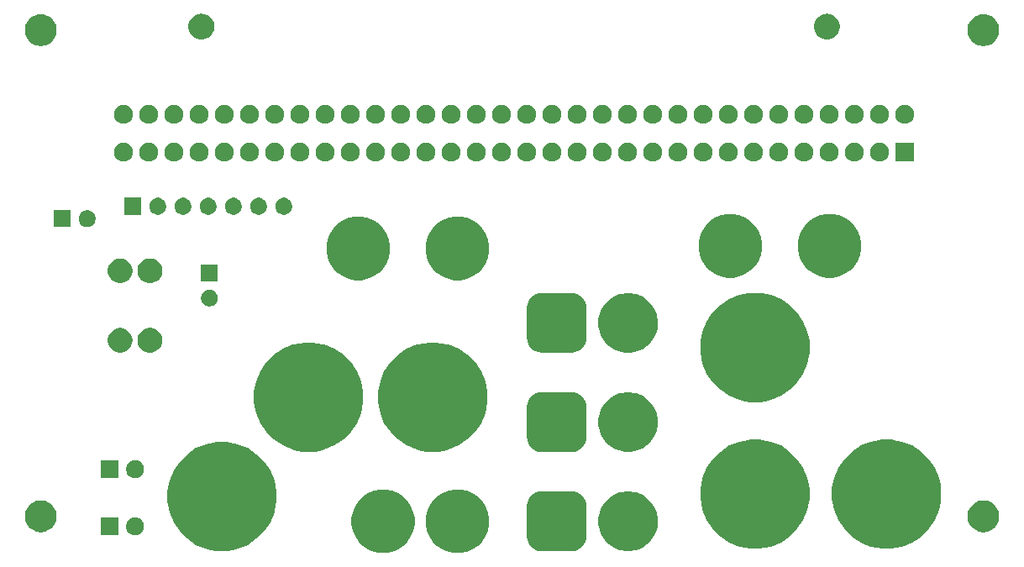
<source format=gbr>
G04 #@! TF.GenerationSoftware,KiCad,Pcbnew,(5.1.6)-1*
G04 #@! TF.CreationDate,2020-09-29T23:02:07-04:00*
G04 #@! TF.ProjectId,HP_power_supply_breakout,48505f70-6f77-4657-925f-737570706c79,rev?*
G04 #@! TF.SameCoordinates,Original*
G04 #@! TF.FileFunction,Soldermask,Bot*
G04 #@! TF.FilePolarity,Negative*
%FSLAX46Y46*%
G04 Gerber Fmt 4.6, Leading zero omitted, Abs format (unit mm)*
G04 Created by KiCad (PCBNEW (5.1.6)-1) date 2020-09-29 23:02:07*
%MOMM*%
%LPD*%
G01*
G04 APERTURE LIST*
%ADD10C,0.100000*%
G04 APERTURE END LIST*
D10*
G36*
X-4566596Y-21922974D02*
G01*
X-3984230Y-22164197D01*
X-3460121Y-22514396D01*
X-3014396Y-22960121D01*
X-2664197Y-23484230D01*
X-2422974Y-24066596D01*
X-2300000Y-24684826D01*
X-2300000Y-25315174D01*
X-2422974Y-25933404D01*
X-2664197Y-26515770D01*
X-3014396Y-27039879D01*
X-3460121Y-27485604D01*
X-3984230Y-27835803D01*
X-4566596Y-28077026D01*
X-5184826Y-28200000D01*
X-5815174Y-28200000D01*
X-6433404Y-28077026D01*
X-7015770Y-27835803D01*
X-7539879Y-27485604D01*
X-7985604Y-27039879D01*
X-8335803Y-26515770D01*
X-8577026Y-25933404D01*
X-8700000Y-25315174D01*
X-8700000Y-24684826D01*
X-8577026Y-24066596D01*
X-8335803Y-23484230D01*
X-7985604Y-22960121D01*
X-7539879Y-22514396D01*
X-7015770Y-22164197D01*
X-6433404Y-21922974D01*
X-5815174Y-21800000D01*
X-5184826Y-21800000D01*
X-4566596Y-21922974D01*
G37*
G36*
X-12066596Y-21922974D02*
G01*
X-11484230Y-22164197D01*
X-10960121Y-22514396D01*
X-10514396Y-22960121D01*
X-10164197Y-23484230D01*
X-9922974Y-24066596D01*
X-9800000Y-24684826D01*
X-9800000Y-25315174D01*
X-9922974Y-25933404D01*
X-10164197Y-26515770D01*
X-10514396Y-27039879D01*
X-10960121Y-27485604D01*
X-11484230Y-27835803D01*
X-12066596Y-28077026D01*
X-12684826Y-28200000D01*
X-13315174Y-28200000D01*
X-13933404Y-28077026D01*
X-14515770Y-27835803D01*
X-15039879Y-27485604D01*
X-15485604Y-27039879D01*
X-15835803Y-26515770D01*
X-16077026Y-25933404D01*
X-16200000Y-25315174D01*
X-16200000Y-24684826D01*
X-16077026Y-24066596D01*
X-15835803Y-23484230D01*
X-15485604Y-22960121D01*
X-15039879Y-22514396D01*
X-14515770Y-22164197D01*
X-13933404Y-21922974D01*
X-13315174Y-21800000D01*
X-12684826Y-21800000D01*
X-12066596Y-21922974D01*
G37*
G36*
X6316728Y-22028531D02*
G01*
X6592434Y-22112165D01*
X6846524Y-22247979D01*
X7069242Y-22430758D01*
X7252021Y-22653476D01*
X7387835Y-22907566D01*
X7471469Y-23183272D01*
X7500000Y-23472947D01*
X7500000Y-26527053D01*
X7471469Y-26816728D01*
X7387835Y-27092434D01*
X7252021Y-27346524D01*
X7069242Y-27569242D01*
X6846524Y-27752021D01*
X6592434Y-27887835D01*
X6316728Y-27971469D01*
X6027053Y-28000000D01*
X2972947Y-28000000D01*
X2683272Y-27971469D01*
X2407566Y-27887835D01*
X2153476Y-27752021D01*
X1930758Y-27569242D01*
X1747979Y-27346524D01*
X1612165Y-27092434D01*
X1528531Y-26816728D01*
X1500000Y-26527053D01*
X1500000Y-23472947D01*
X1528531Y-23183272D01*
X1612165Y-22907566D01*
X1747979Y-22653476D01*
X1930758Y-22430758D01*
X2153476Y-22247979D01*
X2407566Y-22112165D01*
X2683272Y-22028531D01*
X2972947Y-22000000D01*
X6027053Y-22000000D01*
X6316728Y-22028531D01*
G37*
G36*
X-28418189Y-17057706D02*
G01*
X-27645709Y-17211362D01*
X-26644773Y-17625963D01*
X-25743954Y-18227871D01*
X-24977871Y-18993954D01*
X-24375963Y-19894773D01*
X-23961362Y-20895709D01*
X-23961362Y-20895711D01*
X-23750000Y-21958296D01*
X-23750000Y-23041704D01*
X-23809801Y-23342341D01*
X-23961362Y-24104291D01*
X-24375963Y-25105227D01*
X-24977871Y-26006046D01*
X-25743954Y-26772129D01*
X-26644773Y-27374037D01*
X-27645709Y-27788638D01*
X-28134271Y-27885819D01*
X-28708296Y-28000000D01*
X-29791704Y-28000000D01*
X-30365729Y-27885819D01*
X-30854291Y-27788638D01*
X-31855227Y-27374037D01*
X-32756046Y-26772129D01*
X-33522129Y-26006046D01*
X-34124037Y-25105227D01*
X-34538638Y-24104291D01*
X-34690199Y-23342341D01*
X-34750000Y-23041704D01*
X-34750000Y-21958296D01*
X-34538638Y-20895711D01*
X-34538638Y-20895709D01*
X-34124037Y-19894773D01*
X-33522129Y-18993954D01*
X-32756046Y-18227871D01*
X-31855227Y-17625963D01*
X-30854291Y-17211362D01*
X-30081811Y-17057706D01*
X-29791704Y-17000000D01*
X-28708296Y-17000000D01*
X-28418189Y-17057706D01*
G37*
G36*
X12246842Y-22050000D02*
G01*
X12575068Y-22115288D01*
X13121033Y-22341434D01*
X13612389Y-22669748D01*
X14030252Y-23087611D01*
X14358566Y-23578967D01*
X14584712Y-24124932D01*
X14584712Y-24124934D01*
X14700000Y-24704524D01*
X14700000Y-25295476D01*
X14647766Y-25558075D01*
X14584712Y-25875068D01*
X14358566Y-26421033D01*
X14030252Y-26912389D01*
X13612389Y-27330252D01*
X13121033Y-27658566D01*
X12575068Y-27884712D01*
X12285271Y-27942356D01*
X11995476Y-28000000D01*
X11404524Y-28000000D01*
X11114729Y-27942356D01*
X10824932Y-27884712D01*
X10278967Y-27658566D01*
X9787611Y-27330252D01*
X9369748Y-26912389D01*
X9041434Y-26421033D01*
X8815288Y-25875068D01*
X8752234Y-25558075D01*
X8700000Y-25295476D01*
X8700000Y-24704524D01*
X8815288Y-24124934D01*
X8815288Y-24124932D01*
X9041434Y-23578967D01*
X9369748Y-23087611D01*
X9787611Y-22669748D01*
X10278967Y-22341434D01*
X10824932Y-22115288D01*
X11153158Y-22050000D01*
X11404524Y-22000000D01*
X11995476Y-22000000D01*
X12246842Y-22050000D01*
G37*
G36*
X38506044Y-16792635D02*
G01*
X39354291Y-16961362D01*
X40355227Y-17375963D01*
X41256046Y-17977871D01*
X42022129Y-18743954D01*
X42624037Y-19644773D01*
X43038638Y-20645709D01*
X43179546Y-21354101D01*
X43250000Y-21708296D01*
X43250000Y-22791704D01*
X43192237Y-23082098D01*
X43038638Y-23854291D01*
X42624037Y-24855227D01*
X42022129Y-25756046D01*
X41256046Y-26522129D01*
X40355227Y-27124037D01*
X39354291Y-27538638D01*
X38645899Y-27679546D01*
X38291704Y-27750000D01*
X37208296Y-27750000D01*
X36854101Y-27679546D01*
X36145709Y-27538638D01*
X35144773Y-27124037D01*
X34243954Y-26522129D01*
X33477871Y-25756046D01*
X32875963Y-24855227D01*
X32461362Y-23854291D01*
X32307763Y-23082098D01*
X32250000Y-22791704D01*
X32250000Y-21708296D01*
X32320454Y-21354101D01*
X32461362Y-20645709D01*
X32875963Y-19644773D01*
X33477871Y-18743954D01*
X34243954Y-17977871D01*
X35144773Y-17375963D01*
X36145709Y-16961362D01*
X36993956Y-16792635D01*
X37208296Y-16750000D01*
X38291704Y-16750000D01*
X38506044Y-16792635D01*
G37*
G36*
X25256044Y-16792635D02*
G01*
X26104291Y-16961362D01*
X27105227Y-17375963D01*
X28006046Y-17977871D01*
X28772129Y-18743954D01*
X29374037Y-19644773D01*
X29788638Y-20645709D01*
X29929546Y-21354101D01*
X30000000Y-21708296D01*
X30000000Y-22791704D01*
X29942237Y-23082098D01*
X29788638Y-23854291D01*
X29374037Y-24855227D01*
X28772129Y-25756046D01*
X28006046Y-26522129D01*
X27105227Y-27124037D01*
X26104291Y-27538638D01*
X25395899Y-27679546D01*
X25041704Y-27750000D01*
X23958296Y-27750000D01*
X23604101Y-27679546D01*
X22895709Y-27538638D01*
X21894773Y-27124037D01*
X20993954Y-26522129D01*
X20227871Y-25756046D01*
X19625963Y-24855227D01*
X19211362Y-23854291D01*
X19057763Y-23082098D01*
X19000000Y-22791704D01*
X19000000Y-21708296D01*
X19070454Y-21354101D01*
X19211362Y-20645709D01*
X19625963Y-19644773D01*
X20227871Y-18743954D01*
X20993954Y-17977871D01*
X21894773Y-17375963D01*
X22895709Y-16961362D01*
X23743956Y-16792635D01*
X23958296Y-16750000D01*
X25041704Y-16750000D01*
X25256044Y-16792635D01*
G37*
G36*
X-37824419Y-24617293D02*
G01*
X-37737480Y-24634586D01*
X-37605389Y-24689300D01*
X-37573688Y-24702431D01*
X-37570556Y-24704524D01*
X-37426283Y-24800924D01*
X-37300924Y-24926283D01*
X-37202430Y-25073690D01*
X-37134586Y-25237480D01*
X-37123050Y-25295476D01*
X-37100000Y-25411356D01*
X-37100000Y-25588644D01*
X-37117293Y-25675581D01*
X-37134586Y-25762520D01*
X-37202430Y-25926310D01*
X-37202431Y-25926312D01*
X-37213110Y-25942294D01*
X-37300924Y-26073717D01*
X-37426283Y-26199076D01*
X-37493128Y-26243740D01*
X-37573688Y-26297569D01*
X-37573689Y-26297570D01*
X-37573690Y-26297570D01*
X-37737480Y-26365414D01*
X-37824419Y-26382707D01*
X-37911356Y-26400000D01*
X-38088644Y-26400000D01*
X-38175581Y-26382707D01*
X-38262520Y-26365414D01*
X-38426310Y-26297570D01*
X-38426311Y-26297570D01*
X-38426312Y-26297569D01*
X-38506872Y-26243740D01*
X-38573717Y-26199076D01*
X-38699076Y-26073717D01*
X-38786890Y-25942294D01*
X-38797569Y-25926312D01*
X-38797570Y-25926310D01*
X-38865414Y-25762520D01*
X-38882707Y-25675581D01*
X-38900000Y-25588644D01*
X-38900000Y-25411356D01*
X-38876950Y-25295476D01*
X-38865414Y-25237480D01*
X-38797570Y-25073690D01*
X-38699076Y-24926283D01*
X-38573717Y-24800924D01*
X-38429444Y-24704524D01*
X-38426312Y-24702431D01*
X-38394611Y-24689300D01*
X-38262520Y-24634586D01*
X-38175581Y-24617293D01*
X-38088644Y-24600000D01*
X-37911356Y-24600000D01*
X-37824419Y-24617293D01*
G37*
G36*
X-39640000Y-26400000D02*
G01*
X-41440000Y-26400000D01*
X-41440000Y-24600000D01*
X-39640000Y-24600000D01*
X-39640000Y-26400000D01*
G37*
G36*
X47788172Y-22925975D02*
G01*
X47966703Y-22961487D01*
X48257884Y-23082098D01*
X48519941Y-23257199D01*
X48742801Y-23480059D01*
X48917902Y-23742116D01*
X49038513Y-24033297D01*
X49056740Y-24124932D01*
X49100000Y-24342412D01*
X49100000Y-24657588D01*
X49076042Y-24778030D01*
X49038513Y-24966703D01*
X48917902Y-25257884D01*
X48742801Y-25519941D01*
X48519941Y-25742801D01*
X48257884Y-25917902D01*
X47966703Y-26038513D01*
X47812144Y-26069257D01*
X47657588Y-26100000D01*
X47342412Y-26100000D01*
X47187855Y-26069256D01*
X47033297Y-26038513D01*
X46742116Y-25917902D01*
X46480059Y-25742801D01*
X46257199Y-25519941D01*
X46082098Y-25257884D01*
X45961487Y-24966703D01*
X45923958Y-24778030D01*
X45900000Y-24657588D01*
X45900000Y-24342412D01*
X45943260Y-24124932D01*
X45961487Y-24033297D01*
X46082098Y-23742116D01*
X46257199Y-23480059D01*
X46480059Y-23257199D01*
X46742116Y-23082098D01*
X47033297Y-22961487D01*
X47211828Y-22925975D01*
X47342412Y-22900000D01*
X47657588Y-22900000D01*
X47788172Y-22925975D01*
G37*
G36*
X-47211828Y-22925975D02*
G01*
X-47033297Y-22961487D01*
X-46742116Y-23082098D01*
X-46480059Y-23257199D01*
X-46257199Y-23480059D01*
X-46082098Y-23742116D01*
X-45961487Y-24033297D01*
X-45943260Y-24124932D01*
X-45900000Y-24342412D01*
X-45900000Y-24657588D01*
X-45923958Y-24778030D01*
X-45961487Y-24966703D01*
X-46082098Y-25257884D01*
X-46257199Y-25519941D01*
X-46480059Y-25742801D01*
X-46742116Y-25917902D01*
X-47033297Y-26038513D01*
X-47187855Y-26069256D01*
X-47342412Y-26100000D01*
X-47657588Y-26100000D01*
X-47812144Y-26069257D01*
X-47966703Y-26038513D01*
X-48257884Y-25917902D01*
X-48519941Y-25742801D01*
X-48742801Y-25519941D01*
X-48917902Y-25257884D01*
X-49038513Y-24966703D01*
X-49076042Y-24778030D01*
X-49100000Y-24657588D01*
X-49100000Y-24342412D01*
X-49056740Y-24124932D01*
X-49038513Y-24033297D01*
X-48917902Y-23742116D01*
X-48742801Y-23480059D01*
X-48519941Y-23257199D01*
X-48257884Y-23082098D01*
X-47966703Y-22961487D01*
X-47788172Y-22925975D01*
X-47657588Y-22900000D01*
X-47342412Y-22900000D01*
X-47211828Y-22925975D01*
G37*
G36*
X-39640000Y-20650000D02*
G01*
X-41440000Y-20650000D01*
X-41440000Y-18850000D01*
X-39640000Y-18850000D01*
X-39640000Y-20650000D01*
G37*
G36*
X-37824419Y-18867293D02*
G01*
X-37737480Y-18884586D01*
X-37573690Y-18952430D01*
X-37573688Y-18952431D01*
X-37541936Y-18973647D01*
X-37426283Y-19050924D01*
X-37300924Y-19176283D01*
X-37202430Y-19323690D01*
X-37134586Y-19487480D01*
X-37124867Y-19536340D01*
X-37108722Y-19617506D01*
X-37100000Y-19661358D01*
X-37100000Y-19838642D01*
X-37134586Y-20012520D01*
X-37202430Y-20176310D01*
X-37300924Y-20323717D01*
X-37426283Y-20449076D01*
X-37499986Y-20498323D01*
X-37573688Y-20547569D01*
X-37573689Y-20547570D01*
X-37573690Y-20547570D01*
X-37737480Y-20615414D01*
X-37824419Y-20632707D01*
X-37911356Y-20650000D01*
X-38088644Y-20650000D01*
X-38175581Y-20632707D01*
X-38262520Y-20615414D01*
X-38426310Y-20547570D01*
X-38426311Y-20547570D01*
X-38426312Y-20547569D01*
X-38500014Y-20498323D01*
X-38573717Y-20449076D01*
X-38699076Y-20323717D01*
X-38797570Y-20176310D01*
X-38865414Y-20012520D01*
X-38900000Y-19838642D01*
X-38900000Y-19661358D01*
X-38891277Y-19617506D01*
X-38875133Y-19536340D01*
X-38865414Y-19487480D01*
X-38797570Y-19323690D01*
X-38699076Y-19176283D01*
X-38573717Y-19050924D01*
X-38458064Y-18973647D01*
X-38426312Y-18952431D01*
X-38426310Y-18952430D01*
X-38262520Y-18884586D01*
X-38175581Y-18867293D01*
X-38088644Y-18850000D01*
X-37911356Y-18850000D01*
X-37824419Y-18867293D01*
G37*
G36*
X6316728Y-12028531D02*
G01*
X6592434Y-12112165D01*
X6846524Y-12247979D01*
X7069242Y-12430758D01*
X7252021Y-12653476D01*
X7387835Y-12907566D01*
X7471469Y-13183272D01*
X7500000Y-13472947D01*
X7500000Y-16527053D01*
X7471469Y-16816728D01*
X7387835Y-17092434D01*
X7252021Y-17346524D01*
X7069242Y-17569242D01*
X6846524Y-17752021D01*
X6592434Y-17887835D01*
X6316728Y-17971469D01*
X6027053Y-18000000D01*
X2972947Y-18000000D01*
X2683272Y-17971469D01*
X2407566Y-17887835D01*
X2153476Y-17752021D01*
X1930758Y-17569242D01*
X1747979Y-17346524D01*
X1612165Y-17092434D01*
X1528531Y-16816728D01*
X1500000Y-16527053D01*
X1500000Y-13472947D01*
X1528531Y-13183272D01*
X1612165Y-12907566D01*
X1747979Y-12653476D01*
X1930758Y-12430758D01*
X2153476Y-12247979D01*
X2407566Y-12112165D01*
X2683272Y-12028531D01*
X2972947Y-12000000D01*
X6027053Y-12000000D01*
X6316728Y-12028531D01*
G37*
G36*
X12246842Y-12050000D02*
G01*
X12575068Y-12115288D01*
X13121033Y-12341434D01*
X13612389Y-12669748D01*
X14030252Y-13087611D01*
X14358566Y-13578967D01*
X14584712Y-14124932D01*
X14700000Y-14704526D01*
X14700000Y-15295474D01*
X14584712Y-15875068D01*
X14358566Y-16421033D01*
X14030252Y-16912389D01*
X13612389Y-17330252D01*
X13121033Y-17658566D01*
X12575068Y-17884712D01*
X12285583Y-17942294D01*
X11995476Y-18000000D01*
X11404524Y-18000000D01*
X11114417Y-17942294D01*
X10824932Y-17884712D01*
X10278967Y-17658566D01*
X9787611Y-17330252D01*
X9369748Y-16912389D01*
X9041434Y-16421033D01*
X8815288Y-15875068D01*
X8700000Y-15295474D01*
X8700000Y-14704526D01*
X8815288Y-14124932D01*
X9041434Y-13578967D01*
X9369748Y-13087611D01*
X9787611Y-12669748D01*
X10278967Y-12341434D01*
X10824932Y-12115288D01*
X11153158Y-12050000D01*
X11404524Y-12000000D01*
X11995476Y-12000000D01*
X12246842Y-12050000D01*
G37*
G36*
X-7206930Y-7050000D02*
G01*
X-6395709Y-7211362D01*
X-5394773Y-7625963D01*
X-4493954Y-8227871D01*
X-3727871Y-8993954D01*
X-3125963Y-9894773D01*
X-2711362Y-10895709D01*
X-2500000Y-11958297D01*
X-2500000Y-13041703D01*
X-2711362Y-14104291D01*
X-3125963Y-15105227D01*
X-3727871Y-16006046D01*
X-4493954Y-16772129D01*
X-5394773Y-17374037D01*
X-6395709Y-17788638D01*
X-6884271Y-17885819D01*
X-7458296Y-18000000D01*
X-8541704Y-18000000D01*
X-9115729Y-17885819D01*
X-9604291Y-17788638D01*
X-10605227Y-17374037D01*
X-11506046Y-16772129D01*
X-12272129Y-16006046D01*
X-12874037Y-15105227D01*
X-13288638Y-14104291D01*
X-13500000Y-13041703D01*
X-13500000Y-11958297D01*
X-13288638Y-10895709D01*
X-12874037Y-9894773D01*
X-12272129Y-8993954D01*
X-11506046Y-8227871D01*
X-10605227Y-7625963D01*
X-9604291Y-7211362D01*
X-8793070Y-7050000D01*
X-8541704Y-7000000D01*
X-7458296Y-7000000D01*
X-7206930Y-7050000D01*
G37*
G36*
X-19706930Y-7050000D02*
G01*
X-18895709Y-7211362D01*
X-17894773Y-7625963D01*
X-16993954Y-8227871D01*
X-16227871Y-8993954D01*
X-15625963Y-9894773D01*
X-15211362Y-10895709D01*
X-15000000Y-11958297D01*
X-15000000Y-13041703D01*
X-15211362Y-14104291D01*
X-15625963Y-15105227D01*
X-16227871Y-16006046D01*
X-16993954Y-16772129D01*
X-17894773Y-17374037D01*
X-18895709Y-17788638D01*
X-19384271Y-17885819D01*
X-19958296Y-18000000D01*
X-21041704Y-18000000D01*
X-21615729Y-17885819D01*
X-22104291Y-17788638D01*
X-23105227Y-17374037D01*
X-24006046Y-16772129D01*
X-24772129Y-16006046D01*
X-25374037Y-15105227D01*
X-25788638Y-14104291D01*
X-26000000Y-13041703D01*
X-26000000Y-11958297D01*
X-25788638Y-10895709D01*
X-25374037Y-9894773D01*
X-24772129Y-8993954D01*
X-24006046Y-8227871D01*
X-23105227Y-7625963D01*
X-22104291Y-7211362D01*
X-21293070Y-7050000D01*
X-21041704Y-7000000D01*
X-19958296Y-7000000D01*
X-19706930Y-7050000D01*
G37*
G36*
X25186601Y-2028822D02*
G01*
X26104291Y-2211362D01*
X27105227Y-2625963D01*
X28006046Y-3227871D01*
X28772129Y-3993954D01*
X29374037Y-4894773D01*
X29788638Y-5895709D01*
X29886041Y-6385389D01*
X29983057Y-6873116D01*
X30000000Y-6958297D01*
X30000000Y-8041703D01*
X29788638Y-9104291D01*
X29374037Y-10105227D01*
X28772129Y-11006046D01*
X28006046Y-11772129D01*
X27105227Y-12374037D01*
X26104291Y-12788638D01*
X25506400Y-12907566D01*
X25041704Y-13000000D01*
X23958296Y-13000000D01*
X23493600Y-12907566D01*
X22895709Y-12788638D01*
X21894773Y-12374037D01*
X20993954Y-11772129D01*
X20227871Y-11006046D01*
X19625963Y-10105227D01*
X19211362Y-9104291D01*
X19000000Y-8041703D01*
X19000000Y-6958297D01*
X19016944Y-6873116D01*
X19113959Y-6385389D01*
X19211362Y-5895709D01*
X19625963Y-4894773D01*
X20227871Y-3993954D01*
X20993954Y-3227871D01*
X21894773Y-2625963D01*
X22895709Y-2211362D01*
X23813399Y-2028822D01*
X23958296Y-2000000D01*
X25041704Y-2000000D01*
X25186601Y-2028822D01*
G37*
G36*
X-39135390Y-5548036D02*
G01*
X-38907902Y-5642265D01*
X-38703173Y-5779060D01*
X-38529060Y-5953173D01*
X-38392265Y-6157902D01*
X-38298036Y-6385390D01*
X-38250000Y-6626884D01*
X-38250000Y-6873116D01*
X-38298036Y-7114610D01*
X-38392265Y-7342098D01*
X-38529060Y-7546827D01*
X-38703173Y-7720940D01*
X-38907902Y-7857735D01*
X-39135390Y-7951964D01*
X-39376884Y-8000000D01*
X-39623116Y-8000000D01*
X-39864610Y-7951964D01*
X-40092098Y-7857735D01*
X-40296827Y-7720940D01*
X-40470940Y-7546827D01*
X-40607735Y-7342098D01*
X-40701964Y-7114610D01*
X-40750000Y-6873116D01*
X-40750000Y-6626884D01*
X-40701964Y-6385390D01*
X-40607735Y-6157902D01*
X-40470940Y-5953173D01*
X-40296827Y-5779060D01*
X-40092098Y-5642265D01*
X-39864610Y-5548036D01*
X-39623116Y-5500000D01*
X-39376884Y-5500000D01*
X-39135390Y-5548036D01*
G37*
G36*
X6316728Y-2028531D02*
G01*
X6592434Y-2112165D01*
X6846524Y-2247979D01*
X7069242Y-2430758D01*
X7252021Y-2653476D01*
X7387835Y-2907566D01*
X7471469Y-3183272D01*
X7500000Y-3472947D01*
X7500000Y-6527053D01*
X7471469Y-6816728D01*
X7387835Y-7092434D01*
X7252021Y-7346524D01*
X7069242Y-7569242D01*
X6846524Y-7752021D01*
X6592434Y-7887835D01*
X6316728Y-7971469D01*
X6027053Y-8000000D01*
X2972947Y-8000000D01*
X2683272Y-7971469D01*
X2407566Y-7887835D01*
X2153476Y-7752021D01*
X1930758Y-7569242D01*
X1747979Y-7346524D01*
X1612165Y-7092434D01*
X1528531Y-6816728D01*
X1500000Y-6527053D01*
X1500000Y-3472947D01*
X1528531Y-3183272D01*
X1612165Y-2907566D01*
X1747979Y-2653476D01*
X1930758Y-2430758D01*
X2153476Y-2247979D01*
X2407566Y-2112165D01*
X2683272Y-2028531D01*
X2972947Y-2000000D01*
X6027053Y-2000000D01*
X6316728Y-2028531D01*
G37*
G36*
X-36135390Y-5548036D02*
G01*
X-35907902Y-5642265D01*
X-35703173Y-5779060D01*
X-35529060Y-5953173D01*
X-35392265Y-6157902D01*
X-35298036Y-6385390D01*
X-35250000Y-6626884D01*
X-35250000Y-6873116D01*
X-35298036Y-7114610D01*
X-35392265Y-7342098D01*
X-35529060Y-7546827D01*
X-35703173Y-7720940D01*
X-35907902Y-7857735D01*
X-36135390Y-7951964D01*
X-36376884Y-8000000D01*
X-36623116Y-8000000D01*
X-36864610Y-7951964D01*
X-37092098Y-7857735D01*
X-37296827Y-7720940D01*
X-37470940Y-7546827D01*
X-37607735Y-7342098D01*
X-37701964Y-7114610D01*
X-37750000Y-6873116D01*
X-37750000Y-6626884D01*
X-37701964Y-6385390D01*
X-37607735Y-6157902D01*
X-37470940Y-5953173D01*
X-37296827Y-5779060D01*
X-37092098Y-5642265D01*
X-36864610Y-5548036D01*
X-36623116Y-5500000D01*
X-36376884Y-5500000D01*
X-36135390Y-5548036D01*
G37*
G36*
X12285271Y-2057644D02*
G01*
X12575068Y-2115288D01*
X13121033Y-2341434D01*
X13612389Y-2669748D01*
X14030252Y-3087611D01*
X14358566Y-3578967D01*
X14584712Y-4124932D01*
X14616815Y-4286327D01*
X14700000Y-4704524D01*
X14700000Y-5295476D01*
X14649762Y-5548037D01*
X14584712Y-5875068D01*
X14358566Y-6421033D01*
X14030252Y-6912389D01*
X13612389Y-7330252D01*
X13121033Y-7658566D01*
X12575068Y-7884712D01*
X12333785Y-7932706D01*
X11995476Y-8000000D01*
X11404524Y-8000000D01*
X11066215Y-7932706D01*
X10824932Y-7884712D01*
X10278967Y-7658566D01*
X9787611Y-7330252D01*
X9369748Y-6912389D01*
X9041434Y-6421033D01*
X8815288Y-5875068D01*
X8750238Y-5548037D01*
X8700000Y-5295476D01*
X8700000Y-4704524D01*
X8783185Y-4286327D01*
X8815288Y-4124932D01*
X9041434Y-3578967D01*
X9369748Y-3087611D01*
X9787611Y-2669748D01*
X10278967Y-2341434D01*
X10824932Y-2115288D01*
X11114729Y-2057644D01*
X11404524Y-2000000D01*
X11995476Y-2000000D01*
X12285271Y-2057644D01*
G37*
G36*
X-30252064Y-1682665D02*
G01*
X-30097374Y-1746739D01*
X-30027924Y-1793145D01*
X-29958156Y-1839762D01*
X-29839762Y-1958156D01*
X-29811803Y-2000000D01*
X-29746739Y-2097374D01*
X-29682665Y-2252064D01*
X-29650000Y-2416282D01*
X-29650000Y-2583718D01*
X-29682665Y-2747936D01*
X-29746739Y-2902626D01*
X-29762341Y-2925975D01*
X-29839762Y-3041844D01*
X-29958156Y-3160238D01*
X-30027924Y-3206855D01*
X-30097374Y-3253261D01*
X-30252064Y-3317335D01*
X-30416282Y-3350000D01*
X-30583718Y-3350000D01*
X-30747936Y-3317335D01*
X-30902626Y-3253261D01*
X-30972076Y-3206855D01*
X-31041844Y-3160238D01*
X-31160238Y-3041844D01*
X-31237659Y-2925975D01*
X-31253261Y-2902626D01*
X-31317335Y-2747936D01*
X-31350000Y-2583718D01*
X-31350000Y-2416282D01*
X-31317335Y-2252064D01*
X-31253261Y-2097374D01*
X-31188197Y-2000000D01*
X-31160238Y-1958156D01*
X-31041844Y-1839762D01*
X-30972076Y-1793145D01*
X-30902626Y-1746739D01*
X-30747936Y-1682665D01*
X-30583718Y-1650000D01*
X-30416282Y-1650000D01*
X-30252064Y-1682665D01*
G37*
G36*
X-39135390Y1451964D02*
G01*
X-38907902Y1357735D01*
X-38703173Y1220940D01*
X-38529060Y1046827D01*
X-38392265Y842098D01*
X-38298036Y614610D01*
X-38250000Y373116D01*
X-38250000Y126884D01*
X-38298036Y-114610D01*
X-38392265Y-342098D01*
X-38529060Y-546827D01*
X-38703173Y-720940D01*
X-38907902Y-857735D01*
X-39135390Y-951964D01*
X-39376884Y-1000000D01*
X-39623116Y-1000000D01*
X-39864610Y-951964D01*
X-40092098Y-857735D01*
X-40296827Y-720940D01*
X-40470940Y-546827D01*
X-40607735Y-342098D01*
X-40701964Y-114610D01*
X-40750000Y126884D01*
X-40750000Y373116D01*
X-40701964Y614610D01*
X-40607735Y842098D01*
X-40470940Y1046827D01*
X-40296827Y1220940D01*
X-40092098Y1357735D01*
X-39864610Y1451964D01*
X-39623116Y1500000D01*
X-39376884Y1500000D01*
X-39135390Y1451964D01*
G37*
G36*
X-36135390Y1451964D02*
G01*
X-35907902Y1357735D01*
X-35703173Y1220940D01*
X-35529060Y1046827D01*
X-35392265Y842098D01*
X-35298036Y614610D01*
X-35250000Y373116D01*
X-35250000Y126884D01*
X-35298036Y-114610D01*
X-35392265Y-342098D01*
X-35529060Y-546827D01*
X-35703173Y-720940D01*
X-35907902Y-857735D01*
X-36135390Y-951964D01*
X-36376884Y-1000000D01*
X-36623116Y-1000000D01*
X-36864610Y-951964D01*
X-37092098Y-857735D01*
X-37296827Y-720940D01*
X-37470940Y-546827D01*
X-37607735Y-342098D01*
X-37701964Y-114610D01*
X-37750000Y126884D01*
X-37750000Y373116D01*
X-37701964Y614610D01*
X-37607735Y842098D01*
X-37470940Y1046827D01*
X-37296827Y1220940D01*
X-37092098Y1357735D01*
X-36864610Y1451964D01*
X-36623116Y1500000D01*
X-36376884Y1500000D01*
X-36135390Y1451964D01*
G37*
G36*
X-29650000Y-810000D02*
G01*
X-31350000Y-810000D01*
X-31350000Y890000D01*
X-29650000Y890000D01*
X-29650000Y-810000D01*
G37*
G36*
X-14566596Y5577026D02*
G01*
X-13984230Y5335803D01*
X-13460121Y4985604D01*
X-13014396Y4539879D01*
X-12664197Y4015770D01*
X-12422974Y3433404D01*
X-12300000Y2815174D01*
X-12300000Y2184826D01*
X-12422974Y1566596D01*
X-12664197Y984230D01*
X-13014396Y460121D01*
X-13460121Y14396D01*
X-13984230Y-335803D01*
X-14566596Y-577026D01*
X-15184826Y-700000D01*
X-15815174Y-700000D01*
X-16433404Y-577026D01*
X-17015770Y-335803D01*
X-17539879Y14396D01*
X-17985604Y460121D01*
X-18335803Y984230D01*
X-18577026Y1566596D01*
X-18700000Y2184826D01*
X-18700000Y2815174D01*
X-18577026Y3433404D01*
X-18335803Y4015770D01*
X-17985604Y4539879D01*
X-17539879Y4985604D01*
X-17015770Y5335803D01*
X-16433404Y5577026D01*
X-15815174Y5700000D01*
X-15184826Y5700000D01*
X-14566596Y5577026D01*
G37*
G36*
X-4566596Y5577026D02*
G01*
X-3984230Y5335803D01*
X-3460121Y4985604D01*
X-3014396Y4539879D01*
X-2664197Y4015770D01*
X-2422974Y3433404D01*
X-2300000Y2815174D01*
X-2300000Y2184826D01*
X-2422974Y1566596D01*
X-2664197Y984230D01*
X-3014396Y460121D01*
X-3460121Y14396D01*
X-3984230Y-335803D01*
X-4566596Y-577026D01*
X-5184826Y-700000D01*
X-5815174Y-700000D01*
X-6433404Y-577026D01*
X-7015770Y-335803D01*
X-7539879Y14396D01*
X-7985604Y460121D01*
X-8335803Y984230D01*
X-8577026Y1566596D01*
X-8700000Y2184826D01*
X-8700000Y2815174D01*
X-8577026Y3433404D01*
X-8335803Y4015770D01*
X-7985604Y4539879D01*
X-7539879Y4985604D01*
X-7015770Y5335803D01*
X-6433404Y5577026D01*
X-5815174Y5700000D01*
X-5184826Y5700000D01*
X-4566596Y5577026D01*
G37*
G36*
X32933404Y5827026D02*
G01*
X33515770Y5585803D01*
X34039879Y5235604D01*
X34485604Y4789879D01*
X34835803Y4265770D01*
X35077026Y3683404D01*
X35200000Y3065174D01*
X35200000Y2434826D01*
X35077026Y1816596D01*
X34835803Y1234230D01*
X34485604Y710121D01*
X34039879Y264396D01*
X33515770Y-85803D01*
X32933404Y-327026D01*
X32315174Y-450000D01*
X31684826Y-450000D01*
X31066596Y-327026D01*
X30484230Y-85803D01*
X29960121Y264396D01*
X29514396Y710121D01*
X29164197Y1234230D01*
X28922974Y1816596D01*
X28800000Y2434826D01*
X28800000Y3065174D01*
X28922974Y3683404D01*
X29164197Y4265770D01*
X29514396Y4789879D01*
X29960121Y5235604D01*
X30484230Y5585803D01*
X31066596Y5827026D01*
X31684826Y5950000D01*
X32315174Y5950000D01*
X32933404Y5827026D01*
G37*
G36*
X22933404Y5827026D02*
G01*
X23515770Y5585803D01*
X24039879Y5235604D01*
X24485604Y4789879D01*
X24835803Y4265770D01*
X25077026Y3683404D01*
X25200000Y3065174D01*
X25200000Y2434826D01*
X25077026Y1816596D01*
X24835803Y1234230D01*
X24485604Y710121D01*
X24039879Y264396D01*
X23515770Y-85803D01*
X22933404Y-327026D01*
X22315174Y-450000D01*
X21684826Y-450000D01*
X21066596Y-327026D01*
X20484230Y-85803D01*
X19960121Y264396D01*
X19514396Y710121D01*
X19164197Y1234230D01*
X18922974Y1816596D01*
X18800000Y2434826D01*
X18800000Y3065174D01*
X18922974Y3683404D01*
X19164197Y4265770D01*
X19514396Y4789879D01*
X19960121Y5235604D01*
X20484230Y5585803D01*
X21066596Y5827026D01*
X21684826Y5950000D01*
X22315174Y5950000D01*
X22933404Y5827026D01*
G37*
G36*
X-42577064Y6317335D02*
G01*
X-42422374Y6253261D01*
X-42354875Y6208159D01*
X-42283156Y6160238D01*
X-42164762Y6041844D01*
X-42134625Y5996740D01*
X-42071739Y5902626D01*
X-42007665Y5747936D01*
X-41975000Y5583718D01*
X-41975000Y5416282D01*
X-42007665Y5252064D01*
X-42071739Y5097374D01*
X-42114537Y5033324D01*
X-42164762Y4958156D01*
X-42283156Y4839762D01*
X-42340373Y4801531D01*
X-42422374Y4746739D01*
X-42530286Y4702041D01*
X-42577064Y4682665D01*
X-42741282Y4650000D01*
X-42908718Y4650000D01*
X-43072936Y4682665D01*
X-43119714Y4702041D01*
X-43227626Y4746739D01*
X-43309627Y4801531D01*
X-43366844Y4839762D01*
X-43485238Y4958156D01*
X-43535463Y5033324D01*
X-43578261Y5097374D01*
X-43642335Y5252064D01*
X-43675000Y5416282D01*
X-43675000Y5583718D01*
X-43642335Y5747936D01*
X-43578261Y5902626D01*
X-43515375Y5996740D01*
X-43485238Y6041844D01*
X-43366844Y6160238D01*
X-43295125Y6208159D01*
X-43227626Y6253261D01*
X-43072936Y6317335D01*
X-42908718Y6350000D01*
X-42741282Y6350000D01*
X-42577064Y6317335D01*
G37*
G36*
X-44515000Y4650000D02*
G01*
X-46215000Y4650000D01*
X-46215000Y6350000D01*
X-44515000Y6350000D01*
X-44515000Y4650000D01*
G37*
G36*
X-27842064Y7567335D02*
G01*
X-27687374Y7503261D01*
X-27617924Y7456855D01*
X-27548156Y7410238D01*
X-27429762Y7291844D01*
X-27383145Y7222076D01*
X-27336739Y7152626D01*
X-27272665Y6997936D01*
X-27240000Y6833718D01*
X-27240000Y6666282D01*
X-27272665Y6502064D01*
X-27336739Y6347374D01*
X-27356811Y6317335D01*
X-27429762Y6208156D01*
X-27548156Y6089762D01*
X-27617924Y6043145D01*
X-27687374Y5996739D01*
X-27842064Y5932665D01*
X-28006282Y5900000D01*
X-28173718Y5900000D01*
X-28337936Y5932665D01*
X-28492626Y5996739D01*
X-28562076Y6043145D01*
X-28631844Y6089762D01*
X-28750238Y6208156D01*
X-28823189Y6317335D01*
X-28843261Y6347374D01*
X-28907335Y6502064D01*
X-28940000Y6666282D01*
X-28940000Y6833718D01*
X-28907335Y6997936D01*
X-28843261Y7152626D01*
X-28796855Y7222076D01*
X-28750238Y7291844D01*
X-28631844Y7410238D01*
X-28562076Y7456855D01*
X-28492626Y7503261D01*
X-28337936Y7567335D01*
X-28173718Y7600000D01*
X-28006282Y7600000D01*
X-27842064Y7567335D01*
G37*
G36*
X-25302064Y7567335D02*
G01*
X-25147374Y7503261D01*
X-25077924Y7456855D01*
X-25008156Y7410238D01*
X-24889762Y7291844D01*
X-24843145Y7222076D01*
X-24796739Y7152626D01*
X-24732665Y6997936D01*
X-24700000Y6833718D01*
X-24700000Y6666282D01*
X-24732665Y6502064D01*
X-24796739Y6347374D01*
X-24816811Y6317335D01*
X-24889762Y6208156D01*
X-25008156Y6089762D01*
X-25077924Y6043145D01*
X-25147374Y5996739D01*
X-25302064Y5932665D01*
X-25466282Y5900000D01*
X-25633718Y5900000D01*
X-25797936Y5932665D01*
X-25952626Y5996739D01*
X-26022076Y6043145D01*
X-26091844Y6089762D01*
X-26210238Y6208156D01*
X-26283189Y6317335D01*
X-26303261Y6347374D01*
X-26367335Y6502064D01*
X-26400000Y6666282D01*
X-26400000Y6833718D01*
X-26367335Y6997936D01*
X-26303261Y7152626D01*
X-26256855Y7222076D01*
X-26210238Y7291844D01*
X-26091844Y7410238D01*
X-26022076Y7456855D01*
X-25952626Y7503261D01*
X-25797936Y7567335D01*
X-25633718Y7600000D01*
X-25466282Y7600000D01*
X-25302064Y7567335D01*
G37*
G36*
X-30382064Y7567335D02*
G01*
X-30227374Y7503261D01*
X-30157924Y7456855D01*
X-30088156Y7410238D01*
X-29969762Y7291844D01*
X-29923145Y7222076D01*
X-29876739Y7152626D01*
X-29812665Y6997936D01*
X-29780000Y6833718D01*
X-29780000Y6666282D01*
X-29812665Y6502064D01*
X-29876739Y6347374D01*
X-29896811Y6317335D01*
X-29969762Y6208156D01*
X-30088156Y6089762D01*
X-30157924Y6043145D01*
X-30227374Y5996739D01*
X-30382064Y5932665D01*
X-30546282Y5900000D01*
X-30713718Y5900000D01*
X-30877936Y5932665D01*
X-31032626Y5996739D01*
X-31102076Y6043145D01*
X-31171844Y6089762D01*
X-31290238Y6208156D01*
X-31363189Y6317335D01*
X-31383261Y6347374D01*
X-31447335Y6502064D01*
X-31480000Y6666282D01*
X-31480000Y6833718D01*
X-31447335Y6997936D01*
X-31383261Y7152626D01*
X-31336855Y7222076D01*
X-31290238Y7291844D01*
X-31171844Y7410238D01*
X-31102076Y7456855D01*
X-31032626Y7503261D01*
X-30877936Y7567335D01*
X-30713718Y7600000D01*
X-30546282Y7600000D01*
X-30382064Y7567335D01*
G37*
G36*
X-32922064Y7567335D02*
G01*
X-32767374Y7503261D01*
X-32697924Y7456855D01*
X-32628156Y7410238D01*
X-32509762Y7291844D01*
X-32463145Y7222076D01*
X-32416739Y7152626D01*
X-32352665Y6997936D01*
X-32320000Y6833718D01*
X-32320000Y6666282D01*
X-32352665Y6502064D01*
X-32416739Y6347374D01*
X-32436811Y6317335D01*
X-32509762Y6208156D01*
X-32628156Y6089762D01*
X-32697924Y6043145D01*
X-32767374Y5996739D01*
X-32922064Y5932665D01*
X-33086282Y5900000D01*
X-33253718Y5900000D01*
X-33417936Y5932665D01*
X-33572626Y5996739D01*
X-33642076Y6043145D01*
X-33711844Y6089762D01*
X-33830238Y6208156D01*
X-33903189Y6317335D01*
X-33923261Y6347374D01*
X-33987335Y6502064D01*
X-34020000Y6666282D01*
X-34020000Y6833718D01*
X-33987335Y6997936D01*
X-33923261Y7152626D01*
X-33876855Y7222076D01*
X-33830238Y7291844D01*
X-33711844Y7410238D01*
X-33642076Y7456855D01*
X-33572626Y7503261D01*
X-33417936Y7567335D01*
X-33253718Y7600000D01*
X-33086282Y7600000D01*
X-32922064Y7567335D01*
G37*
G36*
X-35462064Y7567335D02*
G01*
X-35307374Y7503261D01*
X-35237924Y7456855D01*
X-35168156Y7410238D01*
X-35049762Y7291844D01*
X-35003145Y7222076D01*
X-34956739Y7152626D01*
X-34892665Y6997936D01*
X-34860000Y6833718D01*
X-34860000Y6666282D01*
X-34892665Y6502064D01*
X-34956739Y6347374D01*
X-34976811Y6317335D01*
X-35049762Y6208156D01*
X-35168156Y6089762D01*
X-35237924Y6043145D01*
X-35307374Y5996739D01*
X-35462064Y5932665D01*
X-35626282Y5900000D01*
X-35793718Y5900000D01*
X-35957936Y5932665D01*
X-36112626Y5996739D01*
X-36182076Y6043145D01*
X-36251844Y6089762D01*
X-36370238Y6208156D01*
X-36443189Y6317335D01*
X-36463261Y6347374D01*
X-36527335Y6502064D01*
X-36560000Y6666282D01*
X-36560000Y6833718D01*
X-36527335Y6997936D01*
X-36463261Y7152626D01*
X-36416855Y7222076D01*
X-36370238Y7291844D01*
X-36251844Y7410238D01*
X-36182076Y7456855D01*
X-36112626Y7503261D01*
X-35957936Y7567335D01*
X-35793718Y7600000D01*
X-35626282Y7600000D01*
X-35462064Y7567335D01*
G37*
G36*
X-37400000Y5900000D02*
G01*
X-39100000Y5900000D01*
X-39100000Y7600000D01*
X-37400000Y7600000D01*
X-37400000Y5900000D01*
G37*
G36*
X-22762064Y7567335D02*
G01*
X-22607374Y7503261D01*
X-22537924Y7456855D01*
X-22468156Y7410238D01*
X-22349762Y7291844D01*
X-22303145Y7222076D01*
X-22256739Y7152626D01*
X-22192665Y6997936D01*
X-22160000Y6833718D01*
X-22160000Y6666282D01*
X-22192665Y6502064D01*
X-22256739Y6347374D01*
X-22276811Y6317335D01*
X-22349762Y6208156D01*
X-22468156Y6089762D01*
X-22537924Y6043145D01*
X-22607374Y5996739D01*
X-22762064Y5932665D01*
X-22926282Y5900000D01*
X-23093718Y5900000D01*
X-23257936Y5932665D01*
X-23412626Y5996739D01*
X-23482076Y6043145D01*
X-23551844Y6089762D01*
X-23670238Y6208156D01*
X-23743189Y6317335D01*
X-23763261Y6347374D01*
X-23827335Y6502064D01*
X-23860000Y6666282D01*
X-23860000Y6833718D01*
X-23827335Y6997936D01*
X-23763261Y7152626D01*
X-23716855Y7222076D01*
X-23670238Y7291844D01*
X-23551844Y7410238D01*
X-23482076Y7456855D01*
X-23412626Y7503261D01*
X-23257936Y7567335D01*
X-23093718Y7600000D01*
X-22926282Y7600000D01*
X-22762064Y7567335D01*
G37*
G36*
X29697105Y13108492D02*
G01*
X29869994Y13036880D01*
X29986425Y12959082D01*
X30025590Y12932913D01*
X30157913Y12800590D01*
X30157914Y12800588D01*
X30261880Y12644994D01*
X30333492Y12472105D01*
X30370000Y12288567D01*
X30370000Y12101433D01*
X30333492Y11917895D01*
X30261880Y11745006D01*
X30184082Y11628575D01*
X30157913Y11589410D01*
X30025590Y11457087D01*
X29986425Y11430918D01*
X29869994Y11353120D01*
X29697105Y11281508D01*
X29513567Y11245000D01*
X29326433Y11245000D01*
X29142895Y11281508D01*
X28970006Y11353120D01*
X28853575Y11430918D01*
X28814410Y11457087D01*
X28682087Y11589410D01*
X28655918Y11628575D01*
X28578120Y11745006D01*
X28506508Y11917895D01*
X28470000Y12101433D01*
X28470000Y12288567D01*
X28506508Y12472105D01*
X28578120Y12644994D01*
X28682086Y12800588D01*
X28682087Y12800590D01*
X28814410Y12932913D01*
X28853575Y12959082D01*
X28970006Y13036880D01*
X29142895Y13108492D01*
X29326433Y13145000D01*
X29513567Y13145000D01*
X29697105Y13108492D01*
G37*
G36*
X-8402895Y13108492D02*
G01*
X-8230006Y13036880D01*
X-8113575Y12959082D01*
X-8074410Y12932913D01*
X-7942087Y12800590D01*
X-7942086Y12800588D01*
X-7838120Y12644994D01*
X-7766508Y12472105D01*
X-7730000Y12288567D01*
X-7730000Y12101433D01*
X-7766508Y11917895D01*
X-7838120Y11745006D01*
X-7915918Y11628575D01*
X-7942087Y11589410D01*
X-8074410Y11457087D01*
X-8113575Y11430918D01*
X-8230006Y11353120D01*
X-8402895Y11281508D01*
X-8586433Y11245000D01*
X-8773567Y11245000D01*
X-8957105Y11281508D01*
X-9129994Y11353120D01*
X-9246425Y11430918D01*
X-9285590Y11457087D01*
X-9417913Y11589410D01*
X-9444082Y11628575D01*
X-9521880Y11745006D01*
X-9593492Y11917895D01*
X-9630000Y12101433D01*
X-9630000Y12288567D01*
X-9593492Y12472105D01*
X-9521880Y12644994D01*
X-9417914Y12800588D01*
X-9417913Y12800590D01*
X-9285590Y12932913D01*
X-9246425Y12959082D01*
X-9129994Y13036880D01*
X-8957105Y13108492D01*
X-8773567Y13145000D01*
X-8586433Y13145000D01*
X-8402895Y13108492D01*
G37*
G36*
X32237105Y13108492D02*
G01*
X32409994Y13036880D01*
X32526425Y12959082D01*
X32565590Y12932913D01*
X32697913Y12800590D01*
X32697914Y12800588D01*
X32801880Y12644994D01*
X32873492Y12472105D01*
X32910000Y12288567D01*
X32910000Y12101433D01*
X32873492Y11917895D01*
X32801880Y11745006D01*
X32724082Y11628575D01*
X32697913Y11589410D01*
X32565590Y11457087D01*
X32526425Y11430918D01*
X32409994Y11353120D01*
X32237105Y11281508D01*
X32053567Y11245000D01*
X31866433Y11245000D01*
X31682895Y11281508D01*
X31510006Y11353120D01*
X31393575Y11430918D01*
X31354410Y11457087D01*
X31222087Y11589410D01*
X31195918Y11628575D01*
X31118120Y11745006D01*
X31046508Y11917895D01*
X31010000Y12101433D01*
X31010000Y12288567D01*
X31046508Y12472105D01*
X31118120Y12644994D01*
X31222086Y12800588D01*
X31222087Y12800590D01*
X31354410Y12932913D01*
X31393575Y12959082D01*
X31510006Y13036880D01*
X31682895Y13108492D01*
X31866433Y13145000D01*
X32053567Y13145000D01*
X32237105Y13108492D01*
G37*
G36*
X-13482895Y13108492D02*
G01*
X-13310006Y13036880D01*
X-13193575Y12959082D01*
X-13154410Y12932913D01*
X-13022087Y12800590D01*
X-13022086Y12800588D01*
X-12918120Y12644994D01*
X-12846508Y12472105D01*
X-12810000Y12288567D01*
X-12810000Y12101433D01*
X-12846508Y11917895D01*
X-12918120Y11745006D01*
X-12995918Y11628575D01*
X-13022087Y11589410D01*
X-13154410Y11457087D01*
X-13193575Y11430918D01*
X-13310006Y11353120D01*
X-13482895Y11281508D01*
X-13666433Y11245000D01*
X-13853567Y11245000D01*
X-14037105Y11281508D01*
X-14209994Y11353120D01*
X-14326425Y11430918D01*
X-14365590Y11457087D01*
X-14497913Y11589410D01*
X-14524082Y11628575D01*
X-14601880Y11745006D01*
X-14673492Y11917895D01*
X-14710000Y12101433D01*
X-14710000Y12288567D01*
X-14673492Y12472105D01*
X-14601880Y12644994D01*
X-14497914Y12800588D01*
X-14497913Y12800590D01*
X-14365590Y12932913D01*
X-14326425Y12959082D01*
X-14209994Y13036880D01*
X-14037105Y13108492D01*
X-13853567Y13145000D01*
X-13666433Y13145000D01*
X-13482895Y13108492D01*
G37*
G36*
X34777105Y13108492D02*
G01*
X34949994Y13036880D01*
X35066425Y12959082D01*
X35105590Y12932913D01*
X35237913Y12800590D01*
X35237914Y12800588D01*
X35341880Y12644994D01*
X35413492Y12472105D01*
X35450000Y12288567D01*
X35450000Y12101433D01*
X35413492Y11917895D01*
X35341880Y11745006D01*
X35264082Y11628575D01*
X35237913Y11589410D01*
X35105590Y11457087D01*
X35066425Y11430918D01*
X34949994Y11353120D01*
X34777105Y11281508D01*
X34593567Y11245000D01*
X34406433Y11245000D01*
X34222895Y11281508D01*
X34050006Y11353120D01*
X33933575Y11430918D01*
X33894410Y11457087D01*
X33762087Y11589410D01*
X33735918Y11628575D01*
X33658120Y11745006D01*
X33586508Y11917895D01*
X33550000Y12101433D01*
X33550000Y12288567D01*
X33586508Y12472105D01*
X33658120Y12644994D01*
X33762086Y12800588D01*
X33762087Y12800590D01*
X33894410Y12932913D01*
X33933575Y12959082D01*
X34050006Y13036880D01*
X34222895Y13108492D01*
X34406433Y13145000D01*
X34593567Y13145000D01*
X34777105Y13108492D01*
G37*
G36*
X37317105Y13108492D02*
G01*
X37489994Y13036880D01*
X37606425Y12959082D01*
X37645590Y12932913D01*
X37777913Y12800590D01*
X37777914Y12800588D01*
X37881880Y12644994D01*
X37953492Y12472105D01*
X37990000Y12288567D01*
X37990000Y12101433D01*
X37953492Y11917895D01*
X37881880Y11745006D01*
X37804082Y11628575D01*
X37777913Y11589410D01*
X37645590Y11457087D01*
X37606425Y11430918D01*
X37489994Y11353120D01*
X37317105Y11281508D01*
X37133567Y11245000D01*
X36946433Y11245000D01*
X36762895Y11281508D01*
X36590006Y11353120D01*
X36473575Y11430918D01*
X36434410Y11457087D01*
X36302087Y11589410D01*
X36275918Y11628575D01*
X36198120Y11745006D01*
X36126508Y11917895D01*
X36090000Y12101433D01*
X36090000Y12288567D01*
X36126508Y12472105D01*
X36198120Y12644994D01*
X36302086Y12800588D01*
X36302087Y12800590D01*
X36434410Y12932913D01*
X36473575Y12959082D01*
X36590006Y13036880D01*
X36762895Y13108492D01*
X36946433Y13145000D01*
X37133567Y13145000D01*
X37317105Y13108492D01*
G37*
G36*
X40530000Y11245000D02*
G01*
X38630000Y11245000D01*
X38630000Y13145000D01*
X40530000Y13145000D01*
X40530000Y11245000D01*
G37*
G36*
X-16022895Y13108492D02*
G01*
X-15850006Y13036880D01*
X-15733575Y12959082D01*
X-15694410Y12932913D01*
X-15562087Y12800590D01*
X-15562086Y12800588D01*
X-15458120Y12644994D01*
X-15386508Y12472105D01*
X-15350000Y12288567D01*
X-15350000Y12101433D01*
X-15386508Y11917895D01*
X-15458120Y11745006D01*
X-15535918Y11628575D01*
X-15562087Y11589410D01*
X-15694410Y11457087D01*
X-15733575Y11430918D01*
X-15850006Y11353120D01*
X-16022895Y11281508D01*
X-16206433Y11245000D01*
X-16393567Y11245000D01*
X-16577105Y11281508D01*
X-16749994Y11353120D01*
X-16866425Y11430918D01*
X-16905590Y11457087D01*
X-17037913Y11589410D01*
X-17064082Y11628575D01*
X-17141880Y11745006D01*
X-17213492Y11917895D01*
X-17250000Y12101433D01*
X-17250000Y12288567D01*
X-17213492Y12472105D01*
X-17141880Y12644994D01*
X-17037914Y12800588D01*
X-17037913Y12800590D01*
X-16905590Y12932913D01*
X-16866425Y12959082D01*
X-16749994Y13036880D01*
X-16577105Y13108492D01*
X-16393567Y13145000D01*
X-16206433Y13145000D01*
X-16022895Y13108492D01*
G37*
G36*
X-18562895Y13108492D02*
G01*
X-18390006Y13036880D01*
X-18273575Y12959082D01*
X-18234410Y12932913D01*
X-18102087Y12800590D01*
X-18102086Y12800588D01*
X-17998120Y12644994D01*
X-17926508Y12472105D01*
X-17890000Y12288567D01*
X-17890000Y12101433D01*
X-17926508Y11917895D01*
X-17998120Y11745006D01*
X-18075918Y11628575D01*
X-18102087Y11589410D01*
X-18234410Y11457087D01*
X-18273575Y11430918D01*
X-18390006Y11353120D01*
X-18562895Y11281508D01*
X-18746433Y11245000D01*
X-18933567Y11245000D01*
X-19117105Y11281508D01*
X-19289994Y11353120D01*
X-19406425Y11430918D01*
X-19445590Y11457087D01*
X-19577913Y11589410D01*
X-19604082Y11628575D01*
X-19681880Y11745006D01*
X-19753492Y11917895D01*
X-19790000Y12101433D01*
X-19790000Y12288567D01*
X-19753492Y12472105D01*
X-19681880Y12644994D01*
X-19577914Y12800588D01*
X-19577913Y12800590D01*
X-19445590Y12932913D01*
X-19406425Y12959082D01*
X-19289994Y13036880D01*
X-19117105Y13108492D01*
X-18933567Y13145000D01*
X-18746433Y13145000D01*
X-18562895Y13108492D01*
G37*
G36*
X-21102895Y13108492D02*
G01*
X-20930006Y13036880D01*
X-20813575Y12959082D01*
X-20774410Y12932913D01*
X-20642087Y12800590D01*
X-20642086Y12800588D01*
X-20538120Y12644994D01*
X-20466508Y12472105D01*
X-20430000Y12288567D01*
X-20430000Y12101433D01*
X-20466508Y11917895D01*
X-20538120Y11745006D01*
X-20615918Y11628575D01*
X-20642087Y11589410D01*
X-20774410Y11457087D01*
X-20813575Y11430918D01*
X-20930006Y11353120D01*
X-21102895Y11281508D01*
X-21286433Y11245000D01*
X-21473567Y11245000D01*
X-21657105Y11281508D01*
X-21829994Y11353120D01*
X-21946425Y11430918D01*
X-21985590Y11457087D01*
X-22117913Y11589410D01*
X-22144082Y11628575D01*
X-22221880Y11745006D01*
X-22293492Y11917895D01*
X-22330000Y12101433D01*
X-22330000Y12288567D01*
X-22293492Y12472105D01*
X-22221880Y12644994D01*
X-22117914Y12800588D01*
X-22117913Y12800590D01*
X-21985590Y12932913D01*
X-21946425Y12959082D01*
X-21829994Y13036880D01*
X-21657105Y13108492D01*
X-21473567Y13145000D01*
X-21286433Y13145000D01*
X-21102895Y13108492D01*
G37*
G36*
X-23642895Y13108492D02*
G01*
X-23470006Y13036880D01*
X-23353575Y12959082D01*
X-23314410Y12932913D01*
X-23182087Y12800590D01*
X-23182086Y12800588D01*
X-23078120Y12644994D01*
X-23006508Y12472105D01*
X-22970000Y12288567D01*
X-22970000Y12101433D01*
X-23006508Y11917895D01*
X-23078120Y11745006D01*
X-23155918Y11628575D01*
X-23182087Y11589410D01*
X-23314410Y11457087D01*
X-23353575Y11430918D01*
X-23470006Y11353120D01*
X-23642895Y11281508D01*
X-23826433Y11245000D01*
X-24013567Y11245000D01*
X-24197105Y11281508D01*
X-24369994Y11353120D01*
X-24486425Y11430918D01*
X-24525590Y11457087D01*
X-24657913Y11589410D01*
X-24684082Y11628575D01*
X-24761880Y11745006D01*
X-24833492Y11917895D01*
X-24870000Y12101433D01*
X-24870000Y12288567D01*
X-24833492Y12472105D01*
X-24761880Y12644994D01*
X-24657914Y12800588D01*
X-24657913Y12800590D01*
X-24525590Y12932913D01*
X-24486425Y12959082D01*
X-24369994Y13036880D01*
X-24197105Y13108492D01*
X-24013567Y13145000D01*
X-23826433Y13145000D01*
X-23642895Y13108492D01*
G37*
G36*
X-26182895Y13108492D02*
G01*
X-26010006Y13036880D01*
X-25893575Y12959082D01*
X-25854410Y12932913D01*
X-25722087Y12800590D01*
X-25722086Y12800588D01*
X-25618120Y12644994D01*
X-25546508Y12472105D01*
X-25510000Y12288567D01*
X-25510000Y12101433D01*
X-25546508Y11917895D01*
X-25618120Y11745006D01*
X-25695918Y11628575D01*
X-25722087Y11589410D01*
X-25854410Y11457087D01*
X-25893575Y11430918D01*
X-26010006Y11353120D01*
X-26182895Y11281508D01*
X-26366433Y11245000D01*
X-26553567Y11245000D01*
X-26737105Y11281508D01*
X-26909994Y11353120D01*
X-27026425Y11430918D01*
X-27065590Y11457087D01*
X-27197913Y11589410D01*
X-27224082Y11628575D01*
X-27301880Y11745006D01*
X-27373492Y11917895D01*
X-27410000Y12101433D01*
X-27410000Y12288567D01*
X-27373492Y12472105D01*
X-27301880Y12644994D01*
X-27197914Y12800588D01*
X-27197913Y12800590D01*
X-27065590Y12932913D01*
X-27026425Y12959082D01*
X-26909994Y13036880D01*
X-26737105Y13108492D01*
X-26553567Y13145000D01*
X-26366433Y13145000D01*
X-26182895Y13108492D01*
G37*
G36*
X-28722895Y13108492D02*
G01*
X-28550006Y13036880D01*
X-28433575Y12959082D01*
X-28394410Y12932913D01*
X-28262087Y12800590D01*
X-28262086Y12800588D01*
X-28158120Y12644994D01*
X-28086508Y12472105D01*
X-28050000Y12288567D01*
X-28050000Y12101433D01*
X-28086508Y11917895D01*
X-28158120Y11745006D01*
X-28235918Y11628575D01*
X-28262087Y11589410D01*
X-28394410Y11457087D01*
X-28433575Y11430918D01*
X-28550006Y11353120D01*
X-28722895Y11281508D01*
X-28906433Y11245000D01*
X-29093567Y11245000D01*
X-29277105Y11281508D01*
X-29449994Y11353120D01*
X-29566425Y11430918D01*
X-29605590Y11457087D01*
X-29737913Y11589410D01*
X-29764082Y11628575D01*
X-29841880Y11745006D01*
X-29913492Y11917895D01*
X-29950000Y12101433D01*
X-29950000Y12288567D01*
X-29913492Y12472105D01*
X-29841880Y12644994D01*
X-29737914Y12800588D01*
X-29737913Y12800590D01*
X-29605590Y12932913D01*
X-29566425Y12959082D01*
X-29449994Y13036880D01*
X-29277105Y13108492D01*
X-29093567Y13145000D01*
X-28906433Y13145000D01*
X-28722895Y13108492D01*
G37*
G36*
X-31262895Y13108492D02*
G01*
X-31090006Y13036880D01*
X-30973575Y12959082D01*
X-30934410Y12932913D01*
X-30802087Y12800590D01*
X-30802086Y12800588D01*
X-30698120Y12644994D01*
X-30626508Y12472105D01*
X-30590000Y12288567D01*
X-30590000Y12101433D01*
X-30626508Y11917895D01*
X-30698120Y11745006D01*
X-30775918Y11628575D01*
X-30802087Y11589410D01*
X-30934410Y11457087D01*
X-30973575Y11430918D01*
X-31090006Y11353120D01*
X-31262895Y11281508D01*
X-31446433Y11245000D01*
X-31633567Y11245000D01*
X-31817105Y11281508D01*
X-31989994Y11353120D01*
X-32106425Y11430918D01*
X-32145590Y11457087D01*
X-32277913Y11589410D01*
X-32304082Y11628575D01*
X-32381880Y11745006D01*
X-32453492Y11917895D01*
X-32490000Y12101433D01*
X-32490000Y12288567D01*
X-32453492Y12472105D01*
X-32381880Y12644994D01*
X-32277914Y12800588D01*
X-32277913Y12800590D01*
X-32145590Y12932913D01*
X-32106425Y12959082D01*
X-31989994Y13036880D01*
X-31817105Y13108492D01*
X-31633567Y13145000D01*
X-31446433Y13145000D01*
X-31262895Y13108492D01*
G37*
G36*
X-33802895Y13108492D02*
G01*
X-33630006Y13036880D01*
X-33513575Y12959082D01*
X-33474410Y12932913D01*
X-33342087Y12800590D01*
X-33342086Y12800588D01*
X-33238120Y12644994D01*
X-33166508Y12472105D01*
X-33130000Y12288567D01*
X-33130000Y12101433D01*
X-33166508Y11917895D01*
X-33238120Y11745006D01*
X-33315918Y11628575D01*
X-33342087Y11589410D01*
X-33474410Y11457087D01*
X-33513575Y11430918D01*
X-33630006Y11353120D01*
X-33802895Y11281508D01*
X-33986433Y11245000D01*
X-34173567Y11245000D01*
X-34357105Y11281508D01*
X-34529994Y11353120D01*
X-34646425Y11430918D01*
X-34685590Y11457087D01*
X-34817913Y11589410D01*
X-34844082Y11628575D01*
X-34921880Y11745006D01*
X-34993492Y11917895D01*
X-35030000Y12101433D01*
X-35030000Y12288567D01*
X-34993492Y12472105D01*
X-34921880Y12644994D01*
X-34817914Y12800588D01*
X-34817913Y12800590D01*
X-34685590Y12932913D01*
X-34646425Y12959082D01*
X-34529994Y13036880D01*
X-34357105Y13108492D01*
X-34173567Y13145000D01*
X-33986433Y13145000D01*
X-33802895Y13108492D01*
G37*
G36*
X-36342895Y13108492D02*
G01*
X-36170006Y13036880D01*
X-36053575Y12959082D01*
X-36014410Y12932913D01*
X-35882087Y12800590D01*
X-35882086Y12800588D01*
X-35778120Y12644994D01*
X-35706508Y12472105D01*
X-35670000Y12288567D01*
X-35670000Y12101433D01*
X-35706508Y11917895D01*
X-35778120Y11745006D01*
X-35855918Y11628575D01*
X-35882087Y11589410D01*
X-36014410Y11457087D01*
X-36053575Y11430918D01*
X-36170006Y11353120D01*
X-36342895Y11281508D01*
X-36526433Y11245000D01*
X-36713567Y11245000D01*
X-36897105Y11281508D01*
X-37069994Y11353120D01*
X-37186425Y11430918D01*
X-37225590Y11457087D01*
X-37357913Y11589410D01*
X-37384082Y11628575D01*
X-37461880Y11745006D01*
X-37533492Y11917895D01*
X-37570000Y12101433D01*
X-37570000Y12288567D01*
X-37533492Y12472105D01*
X-37461880Y12644994D01*
X-37357914Y12800588D01*
X-37357913Y12800590D01*
X-37225590Y12932913D01*
X-37186425Y12959082D01*
X-37069994Y13036880D01*
X-36897105Y13108492D01*
X-36713567Y13145000D01*
X-36526433Y13145000D01*
X-36342895Y13108492D01*
G37*
G36*
X-38882895Y13108492D02*
G01*
X-38710006Y13036880D01*
X-38593575Y12959082D01*
X-38554410Y12932913D01*
X-38422087Y12800590D01*
X-38422086Y12800588D01*
X-38318120Y12644994D01*
X-38246508Y12472105D01*
X-38210000Y12288567D01*
X-38210000Y12101433D01*
X-38246508Y11917895D01*
X-38318120Y11745006D01*
X-38395918Y11628575D01*
X-38422087Y11589410D01*
X-38554410Y11457087D01*
X-38593575Y11430918D01*
X-38710006Y11353120D01*
X-38882895Y11281508D01*
X-39066433Y11245000D01*
X-39253567Y11245000D01*
X-39437105Y11281508D01*
X-39609994Y11353120D01*
X-39726425Y11430918D01*
X-39765590Y11457087D01*
X-39897913Y11589410D01*
X-39924082Y11628575D01*
X-40001880Y11745006D01*
X-40073492Y11917895D01*
X-40110000Y12101433D01*
X-40110000Y12288567D01*
X-40073492Y12472105D01*
X-40001880Y12644994D01*
X-39897914Y12800588D01*
X-39897913Y12800590D01*
X-39765590Y12932913D01*
X-39726425Y12959082D01*
X-39609994Y13036880D01*
X-39437105Y13108492D01*
X-39253567Y13145000D01*
X-39066433Y13145000D01*
X-38882895Y13108492D01*
G37*
G36*
X27157105Y13108492D02*
G01*
X27329994Y13036880D01*
X27446425Y12959082D01*
X27485590Y12932913D01*
X27617913Y12800590D01*
X27617914Y12800588D01*
X27721880Y12644994D01*
X27793492Y12472105D01*
X27830000Y12288567D01*
X27830000Y12101433D01*
X27793492Y11917895D01*
X27721880Y11745006D01*
X27644082Y11628575D01*
X27617913Y11589410D01*
X27485590Y11457087D01*
X27446425Y11430918D01*
X27329994Y11353120D01*
X27157105Y11281508D01*
X26973567Y11245000D01*
X26786433Y11245000D01*
X26602895Y11281508D01*
X26430006Y11353120D01*
X26313575Y11430918D01*
X26274410Y11457087D01*
X26142087Y11589410D01*
X26115918Y11628575D01*
X26038120Y11745006D01*
X25966508Y11917895D01*
X25930000Y12101433D01*
X25930000Y12288567D01*
X25966508Y12472105D01*
X26038120Y12644994D01*
X26142086Y12800588D01*
X26142087Y12800590D01*
X26274410Y12932913D01*
X26313575Y12959082D01*
X26430006Y13036880D01*
X26602895Y13108492D01*
X26786433Y13145000D01*
X26973567Y13145000D01*
X27157105Y13108492D01*
G37*
G36*
X11917105Y13108492D02*
G01*
X12089994Y13036880D01*
X12206425Y12959082D01*
X12245590Y12932913D01*
X12377913Y12800590D01*
X12377914Y12800588D01*
X12481880Y12644994D01*
X12553492Y12472105D01*
X12590000Y12288567D01*
X12590000Y12101433D01*
X12553492Y11917895D01*
X12481880Y11745006D01*
X12404082Y11628575D01*
X12377913Y11589410D01*
X12245590Y11457087D01*
X12206425Y11430918D01*
X12089994Y11353120D01*
X11917105Y11281508D01*
X11733567Y11245000D01*
X11546433Y11245000D01*
X11362895Y11281508D01*
X11190006Y11353120D01*
X11073575Y11430918D01*
X11034410Y11457087D01*
X10902087Y11589410D01*
X10875918Y11628575D01*
X10798120Y11745006D01*
X10726508Y11917895D01*
X10690000Y12101433D01*
X10690000Y12288567D01*
X10726508Y12472105D01*
X10798120Y12644994D01*
X10902086Y12800588D01*
X10902087Y12800590D01*
X11034410Y12932913D01*
X11073575Y12959082D01*
X11190006Y13036880D01*
X11362895Y13108492D01*
X11546433Y13145000D01*
X11733567Y13145000D01*
X11917105Y13108492D01*
G37*
G36*
X24617105Y13108492D02*
G01*
X24789994Y13036880D01*
X24906425Y12959082D01*
X24945590Y12932913D01*
X25077913Y12800590D01*
X25077914Y12800588D01*
X25181880Y12644994D01*
X25253492Y12472105D01*
X25290000Y12288567D01*
X25290000Y12101433D01*
X25253492Y11917895D01*
X25181880Y11745006D01*
X25104082Y11628575D01*
X25077913Y11589410D01*
X24945590Y11457087D01*
X24906425Y11430918D01*
X24789994Y11353120D01*
X24617105Y11281508D01*
X24433567Y11245000D01*
X24246433Y11245000D01*
X24062895Y11281508D01*
X23890006Y11353120D01*
X23773575Y11430918D01*
X23734410Y11457087D01*
X23602087Y11589410D01*
X23575918Y11628575D01*
X23498120Y11745006D01*
X23426508Y11917895D01*
X23390000Y12101433D01*
X23390000Y12288567D01*
X23426508Y12472105D01*
X23498120Y12644994D01*
X23602086Y12800588D01*
X23602087Y12800590D01*
X23734410Y12932913D01*
X23773575Y12959082D01*
X23890006Y13036880D01*
X24062895Y13108492D01*
X24246433Y13145000D01*
X24433567Y13145000D01*
X24617105Y13108492D01*
G37*
G36*
X22077105Y13108492D02*
G01*
X22249994Y13036880D01*
X22366425Y12959082D01*
X22405590Y12932913D01*
X22537913Y12800590D01*
X22537914Y12800588D01*
X22641880Y12644994D01*
X22713492Y12472105D01*
X22750000Y12288567D01*
X22750000Y12101433D01*
X22713492Y11917895D01*
X22641880Y11745006D01*
X22564082Y11628575D01*
X22537913Y11589410D01*
X22405590Y11457087D01*
X22366425Y11430918D01*
X22249994Y11353120D01*
X22077105Y11281508D01*
X21893567Y11245000D01*
X21706433Y11245000D01*
X21522895Y11281508D01*
X21350006Y11353120D01*
X21233575Y11430918D01*
X21194410Y11457087D01*
X21062087Y11589410D01*
X21035918Y11628575D01*
X20958120Y11745006D01*
X20886508Y11917895D01*
X20850000Y12101433D01*
X20850000Y12288567D01*
X20886508Y12472105D01*
X20958120Y12644994D01*
X21062086Y12800588D01*
X21062087Y12800590D01*
X21194410Y12932913D01*
X21233575Y12959082D01*
X21350006Y13036880D01*
X21522895Y13108492D01*
X21706433Y13145000D01*
X21893567Y13145000D01*
X22077105Y13108492D01*
G37*
G36*
X19537105Y13108492D02*
G01*
X19709994Y13036880D01*
X19826425Y12959082D01*
X19865590Y12932913D01*
X19997913Y12800590D01*
X19997914Y12800588D01*
X20101880Y12644994D01*
X20173492Y12472105D01*
X20210000Y12288567D01*
X20210000Y12101433D01*
X20173492Y11917895D01*
X20101880Y11745006D01*
X20024082Y11628575D01*
X19997913Y11589410D01*
X19865590Y11457087D01*
X19826425Y11430918D01*
X19709994Y11353120D01*
X19537105Y11281508D01*
X19353567Y11245000D01*
X19166433Y11245000D01*
X18982895Y11281508D01*
X18810006Y11353120D01*
X18693575Y11430918D01*
X18654410Y11457087D01*
X18522087Y11589410D01*
X18495918Y11628575D01*
X18418120Y11745006D01*
X18346508Y11917895D01*
X18310000Y12101433D01*
X18310000Y12288567D01*
X18346508Y12472105D01*
X18418120Y12644994D01*
X18522086Y12800588D01*
X18522087Y12800590D01*
X18654410Y12932913D01*
X18693575Y12959082D01*
X18810006Y13036880D01*
X18982895Y13108492D01*
X19166433Y13145000D01*
X19353567Y13145000D01*
X19537105Y13108492D01*
G37*
G36*
X16997105Y13108492D02*
G01*
X17169994Y13036880D01*
X17286425Y12959082D01*
X17325590Y12932913D01*
X17457913Y12800590D01*
X17457914Y12800588D01*
X17561880Y12644994D01*
X17633492Y12472105D01*
X17670000Y12288567D01*
X17670000Y12101433D01*
X17633492Y11917895D01*
X17561880Y11745006D01*
X17484082Y11628575D01*
X17457913Y11589410D01*
X17325590Y11457087D01*
X17286425Y11430918D01*
X17169994Y11353120D01*
X16997105Y11281508D01*
X16813567Y11245000D01*
X16626433Y11245000D01*
X16442895Y11281508D01*
X16270006Y11353120D01*
X16153575Y11430918D01*
X16114410Y11457087D01*
X15982087Y11589410D01*
X15955918Y11628575D01*
X15878120Y11745006D01*
X15806508Y11917895D01*
X15770000Y12101433D01*
X15770000Y12288567D01*
X15806508Y12472105D01*
X15878120Y12644994D01*
X15982086Y12800588D01*
X15982087Y12800590D01*
X16114410Y12932913D01*
X16153575Y12959082D01*
X16270006Y13036880D01*
X16442895Y13108492D01*
X16626433Y13145000D01*
X16813567Y13145000D01*
X16997105Y13108492D01*
G37*
G36*
X14457105Y13108492D02*
G01*
X14629994Y13036880D01*
X14746425Y12959082D01*
X14785590Y12932913D01*
X14917913Y12800590D01*
X14917914Y12800588D01*
X15021880Y12644994D01*
X15093492Y12472105D01*
X15130000Y12288567D01*
X15130000Y12101433D01*
X15093492Y11917895D01*
X15021880Y11745006D01*
X14944082Y11628575D01*
X14917913Y11589410D01*
X14785590Y11457087D01*
X14746425Y11430918D01*
X14629994Y11353120D01*
X14457105Y11281508D01*
X14273567Y11245000D01*
X14086433Y11245000D01*
X13902895Y11281508D01*
X13730006Y11353120D01*
X13613575Y11430918D01*
X13574410Y11457087D01*
X13442087Y11589410D01*
X13415918Y11628575D01*
X13338120Y11745006D01*
X13266508Y11917895D01*
X13230000Y12101433D01*
X13230000Y12288567D01*
X13266508Y12472105D01*
X13338120Y12644994D01*
X13442086Y12800588D01*
X13442087Y12800590D01*
X13574410Y12932913D01*
X13613575Y12959082D01*
X13730006Y13036880D01*
X13902895Y13108492D01*
X14086433Y13145000D01*
X14273567Y13145000D01*
X14457105Y13108492D01*
G37*
G36*
X-10942895Y13108492D02*
G01*
X-10770006Y13036880D01*
X-10653575Y12959082D01*
X-10614410Y12932913D01*
X-10482087Y12800590D01*
X-10482086Y12800588D01*
X-10378120Y12644994D01*
X-10306508Y12472105D01*
X-10270000Y12288567D01*
X-10270000Y12101433D01*
X-10306508Y11917895D01*
X-10378120Y11745006D01*
X-10455918Y11628575D01*
X-10482087Y11589410D01*
X-10614410Y11457087D01*
X-10653575Y11430918D01*
X-10770006Y11353120D01*
X-10942895Y11281508D01*
X-11126433Y11245000D01*
X-11313567Y11245000D01*
X-11497105Y11281508D01*
X-11669994Y11353120D01*
X-11786425Y11430918D01*
X-11825590Y11457087D01*
X-11957913Y11589410D01*
X-11984082Y11628575D01*
X-12061880Y11745006D01*
X-12133492Y11917895D01*
X-12170000Y12101433D01*
X-12170000Y12288567D01*
X-12133492Y12472105D01*
X-12061880Y12644994D01*
X-11957914Y12800588D01*
X-11957913Y12800590D01*
X-11825590Y12932913D01*
X-11786425Y12959082D01*
X-11669994Y13036880D01*
X-11497105Y13108492D01*
X-11313567Y13145000D01*
X-11126433Y13145000D01*
X-10942895Y13108492D01*
G37*
G36*
X9377105Y13108492D02*
G01*
X9549994Y13036880D01*
X9666425Y12959082D01*
X9705590Y12932913D01*
X9837913Y12800590D01*
X9837914Y12800588D01*
X9941880Y12644994D01*
X10013492Y12472105D01*
X10050000Y12288567D01*
X10050000Y12101433D01*
X10013492Y11917895D01*
X9941880Y11745006D01*
X9864082Y11628575D01*
X9837913Y11589410D01*
X9705590Y11457087D01*
X9666425Y11430918D01*
X9549994Y11353120D01*
X9377105Y11281508D01*
X9193567Y11245000D01*
X9006433Y11245000D01*
X8822895Y11281508D01*
X8650006Y11353120D01*
X8533575Y11430918D01*
X8494410Y11457087D01*
X8362087Y11589410D01*
X8335918Y11628575D01*
X8258120Y11745006D01*
X8186508Y11917895D01*
X8150000Y12101433D01*
X8150000Y12288567D01*
X8186508Y12472105D01*
X8258120Y12644994D01*
X8362086Y12800588D01*
X8362087Y12800590D01*
X8494410Y12932913D01*
X8533575Y12959082D01*
X8650006Y13036880D01*
X8822895Y13108492D01*
X9006433Y13145000D01*
X9193567Y13145000D01*
X9377105Y13108492D01*
G37*
G36*
X6837105Y13108492D02*
G01*
X7009994Y13036880D01*
X7126425Y12959082D01*
X7165590Y12932913D01*
X7297913Y12800590D01*
X7297914Y12800588D01*
X7401880Y12644994D01*
X7473492Y12472105D01*
X7510000Y12288567D01*
X7510000Y12101433D01*
X7473492Y11917895D01*
X7401880Y11745006D01*
X7324082Y11628575D01*
X7297913Y11589410D01*
X7165590Y11457087D01*
X7126425Y11430918D01*
X7009994Y11353120D01*
X6837105Y11281508D01*
X6653567Y11245000D01*
X6466433Y11245000D01*
X6282895Y11281508D01*
X6110006Y11353120D01*
X5993575Y11430918D01*
X5954410Y11457087D01*
X5822087Y11589410D01*
X5795918Y11628575D01*
X5718120Y11745006D01*
X5646508Y11917895D01*
X5610000Y12101433D01*
X5610000Y12288567D01*
X5646508Y12472105D01*
X5718120Y12644994D01*
X5822086Y12800588D01*
X5822087Y12800590D01*
X5954410Y12932913D01*
X5993575Y12959082D01*
X6110006Y13036880D01*
X6282895Y13108492D01*
X6466433Y13145000D01*
X6653567Y13145000D01*
X6837105Y13108492D01*
G37*
G36*
X4297105Y13108492D02*
G01*
X4469994Y13036880D01*
X4586425Y12959082D01*
X4625590Y12932913D01*
X4757913Y12800590D01*
X4757914Y12800588D01*
X4861880Y12644994D01*
X4933492Y12472105D01*
X4970000Y12288567D01*
X4970000Y12101433D01*
X4933492Y11917895D01*
X4861880Y11745006D01*
X4784082Y11628575D01*
X4757913Y11589410D01*
X4625590Y11457087D01*
X4586425Y11430918D01*
X4469994Y11353120D01*
X4297105Y11281508D01*
X4113567Y11245000D01*
X3926433Y11245000D01*
X3742895Y11281508D01*
X3570006Y11353120D01*
X3453575Y11430918D01*
X3414410Y11457087D01*
X3282087Y11589410D01*
X3255918Y11628575D01*
X3178120Y11745006D01*
X3106508Y11917895D01*
X3070000Y12101433D01*
X3070000Y12288567D01*
X3106508Y12472105D01*
X3178120Y12644994D01*
X3282086Y12800588D01*
X3282087Y12800590D01*
X3414410Y12932913D01*
X3453575Y12959082D01*
X3570006Y13036880D01*
X3742895Y13108492D01*
X3926433Y13145000D01*
X4113567Y13145000D01*
X4297105Y13108492D01*
G37*
G36*
X1757105Y13108492D02*
G01*
X1929994Y13036880D01*
X2046425Y12959082D01*
X2085590Y12932913D01*
X2217913Y12800590D01*
X2217914Y12800588D01*
X2321880Y12644994D01*
X2393492Y12472105D01*
X2430000Y12288567D01*
X2430000Y12101433D01*
X2393492Y11917895D01*
X2321880Y11745006D01*
X2244082Y11628575D01*
X2217913Y11589410D01*
X2085590Y11457087D01*
X2046425Y11430918D01*
X1929994Y11353120D01*
X1757105Y11281508D01*
X1573567Y11245000D01*
X1386433Y11245000D01*
X1202895Y11281508D01*
X1030006Y11353120D01*
X913575Y11430918D01*
X874410Y11457087D01*
X742087Y11589410D01*
X715918Y11628575D01*
X638120Y11745006D01*
X566508Y11917895D01*
X530000Y12101433D01*
X530000Y12288567D01*
X566508Y12472105D01*
X638120Y12644994D01*
X742086Y12800588D01*
X742087Y12800590D01*
X874410Y12932913D01*
X913575Y12959082D01*
X1030006Y13036880D01*
X1202895Y13108492D01*
X1386433Y13145000D01*
X1573567Y13145000D01*
X1757105Y13108492D01*
G37*
G36*
X-782895Y13108492D02*
G01*
X-610006Y13036880D01*
X-493575Y12959082D01*
X-454410Y12932913D01*
X-322087Y12800590D01*
X-322086Y12800588D01*
X-218120Y12644994D01*
X-146508Y12472105D01*
X-110000Y12288567D01*
X-110000Y12101433D01*
X-146508Y11917895D01*
X-218120Y11745006D01*
X-295918Y11628575D01*
X-322087Y11589410D01*
X-454410Y11457087D01*
X-493575Y11430918D01*
X-610006Y11353120D01*
X-782895Y11281508D01*
X-966433Y11245000D01*
X-1153567Y11245000D01*
X-1337105Y11281508D01*
X-1509994Y11353120D01*
X-1626425Y11430918D01*
X-1665590Y11457087D01*
X-1797913Y11589410D01*
X-1824082Y11628575D01*
X-1901880Y11745006D01*
X-1973492Y11917895D01*
X-2010000Y12101433D01*
X-2010000Y12288567D01*
X-1973492Y12472105D01*
X-1901880Y12644994D01*
X-1797914Y12800588D01*
X-1797913Y12800590D01*
X-1665590Y12932913D01*
X-1626425Y12959082D01*
X-1509994Y13036880D01*
X-1337105Y13108492D01*
X-1153567Y13145000D01*
X-966433Y13145000D01*
X-782895Y13108492D01*
G37*
G36*
X-3322895Y13108492D02*
G01*
X-3150006Y13036880D01*
X-3033575Y12959082D01*
X-2994410Y12932913D01*
X-2862087Y12800590D01*
X-2862086Y12800588D01*
X-2758120Y12644994D01*
X-2686508Y12472105D01*
X-2650000Y12288567D01*
X-2650000Y12101433D01*
X-2686508Y11917895D01*
X-2758120Y11745006D01*
X-2835918Y11628575D01*
X-2862087Y11589410D01*
X-2994410Y11457087D01*
X-3033575Y11430918D01*
X-3150006Y11353120D01*
X-3322895Y11281508D01*
X-3506433Y11245000D01*
X-3693567Y11245000D01*
X-3877105Y11281508D01*
X-4049994Y11353120D01*
X-4166425Y11430918D01*
X-4205590Y11457087D01*
X-4337913Y11589410D01*
X-4364082Y11628575D01*
X-4441880Y11745006D01*
X-4513492Y11917895D01*
X-4550000Y12101433D01*
X-4550000Y12288567D01*
X-4513492Y12472105D01*
X-4441880Y12644994D01*
X-4337914Y12800588D01*
X-4337913Y12800590D01*
X-4205590Y12932913D01*
X-4166425Y12959082D01*
X-4049994Y13036880D01*
X-3877105Y13108492D01*
X-3693567Y13145000D01*
X-3506433Y13145000D01*
X-3322895Y13108492D01*
G37*
G36*
X-5862895Y13108492D02*
G01*
X-5690006Y13036880D01*
X-5573575Y12959082D01*
X-5534410Y12932913D01*
X-5402087Y12800590D01*
X-5402086Y12800588D01*
X-5298120Y12644994D01*
X-5226508Y12472105D01*
X-5190000Y12288567D01*
X-5190000Y12101433D01*
X-5226508Y11917895D01*
X-5298120Y11745006D01*
X-5375918Y11628575D01*
X-5402087Y11589410D01*
X-5534410Y11457087D01*
X-5573575Y11430918D01*
X-5690006Y11353120D01*
X-5862895Y11281508D01*
X-6046433Y11245000D01*
X-6233567Y11245000D01*
X-6417105Y11281508D01*
X-6589994Y11353120D01*
X-6706425Y11430918D01*
X-6745590Y11457087D01*
X-6877913Y11589410D01*
X-6904082Y11628575D01*
X-6981880Y11745006D01*
X-7053492Y11917895D01*
X-7090000Y12101433D01*
X-7090000Y12288567D01*
X-7053492Y12472105D01*
X-6981880Y12644994D01*
X-6877914Y12800588D01*
X-6877913Y12800590D01*
X-6745590Y12932913D01*
X-6706425Y12959082D01*
X-6589994Y13036880D01*
X-6417105Y13108492D01*
X-6233567Y13145000D01*
X-6046433Y13145000D01*
X-5862895Y13108492D01*
G37*
G36*
X29697105Y16918492D02*
G01*
X29869994Y16846880D01*
X29986425Y16769082D01*
X30025590Y16742913D01*
X30157913Y16610590D01*
X30157914Y16610588D01*
X30261880Y16454994D01*
X30333492Y16282105D01*
X30370000Y16098567D01*
X30370000Y15911433D01*
X30333492Y15727895D01*
X30261880Y15555006D01*
X30184082Y15438575D01*
X30157913Y15399410D01*
X30025590Y15267087D01*
X29986425Y15240918D01*
X29869994Y15163120D01*
X29697105Y15091508D01*
X29513567Y15055000D01*
X29326433Y15055000D01*
X29142895Y15091508D01*
X28970006Y15163120D01*
X28853575Y15240918D01*
X28814410Y15267087D01*
X28682087Y15399410D01*
X28655918Y15438575D01*
X28578120Y15555006D01*
X28506508Y15727895D01*
X28470000Y15911433D01*
X28470000Y16098567D01*
X28506508Y16282105D01*
X28578120Y16454994D01*
X28682086Y16610588D01*
X28682087Y16610590D01*
X28814410Y16742913D01*
X28853575Y16769082D01*
X28970006Y16846880D01*
X29142895Y16918492D01*
X29326433Y16955000D01*
X29513567Y16955000D01*
X29697105Y16918492D01*
G37*
G36*
X-23642895Y16918492D02*
G01*
X-23470006Y16846880D01*
X-23353575Y16769082D01*
X-23314410Y16742913D01*
X-23182087Y16610590D01*
X-23182086Y16610588D01*
X-23078120Y16454994D01*
X-23006508Y16282105D01*
X-22970000Y16098567D01*
X-22970000Y15911433D01*
X-23006508Y15727895D01*
X-23078120Y15555006D01*
X-23155918Y15438575D01*
X-23182087Y15399410D01*
X-23314410Y15267087D01*
X-23353575Y15240918D01*
X-23470006Y15163120D01*
X-23642895Y15091508D01*
X-23826433Y15055000D01*
X-24013567Y15055000D01*
X-24197105Y15091508D01*
X-24369994Y15163120D01*
X-24486425Y15240918D01*
X-24525590Y15267087D01*
X-24657913Y15399410D01*
X-24684082Y15438575D01*
X-24761880Y15555006D01*
X-24833492Y15727895D01*
X-24870000Y15911433D01*
X-24870000Y16098567D01*
X-24833492Y16282105D01*
X-24761880Y16454994D01*
X-24657914Y16610588D01*
X-24657913Y16610590D01*
X-24525590Y16742913D01*
X-24486425Y16769082D01*
X-24369994Y16846880D01*
X-24197105Y16918492D01*
X-24013567Y16955000D01*
X-23826433Y16955000D01*
X-23642895Y16918492D01*
G37*
G36*
X-31262895Y16918492D02*
G01*
X-31090006Y16846880D01*
X-30973575Y16769082D01*
X-30934410Y16742913D01*
X-30802087Y16610590D01*
X-30802086Y16610588D01*
X-30698120Y16454994D01*
X-30626508Y16282105D01*
X-30590000Y16098567D01*
X-30590000Y15911433D01*
X-30626508Y15727895D01*
X-30698120Y15555006D01*
X-30775918Y15438575D01*
X-30802087Y15399410D01*
X-30934410Y15267087D01*
X-30973575Y15240918D01*
X-31090006Y15163120D01*
X-31262895Y15091508D01*
X-31446433Y15055000D01*
X-31633567Y15055000D01*
X-31817105Y15091508D01*
X-31989994Y15163120D01*
X-32106425Y15240918D01*
X-32145590Y15267087D01*
X-32277913Y15399410D01*
X-32304082Y15438575D01*
X-32381880Y15555006D01*
X-32453492Y15727895D01*
X-32490000Y15911433D01*
X-32490000Y16098567D01*
X-32453492Y16282105D01*
X-32381880Y16454994D01*
X-32277914Y16610588D01*
X-32277913Y16610590D01*
X-32145590Y16742913D01*
X-32106425Y16769082D01*
X-31989994Y16846880D01*
X-31817105Y16918492D01*
X-31633567Y16955000D01*
X-31446433Y16955000D01*
X-31262895Y16918492D01*
G37*
G36*
X1757105Y16918492D02*
G01*
X1929994Y16846880D01*
X2046425Y16769082D01*
X2085590Y16742913D01*
X2217913Y16610590D01*
X2217914Y16610588D01*
X2321880Y16454994D01*
X2393492Y16282105D01*
X2430000Y16098567D01*
X2430000Y15911433D01*
X2393492Y15727895D01*
X2321880Y15555006D01*
X2244082Y15438575D01*
X2217913Y15399410D01*
X2085590Y15267087D01*
X2046425Y15240918D01*
X1929994Y15163120D01*
X1757105Y15091508D01*
X1573567Y15055000D01*
X1386433Y15055000D01*
X1202895Y15091508D01*
X1030006Y15163120D01*
X913575Y15240918D01*
X874410Y15267087D01*
X742087Y15399410D01*
X715918Y15438575D01*
X638120Y15555006D01*
X566508Y15727895D01*
X530000Y15911433D01*
X530000Y16098567D01*
X566508Y16282105D01*
X638120Y16454994D01*
X742086Y16610588D01*
X742087Y16610590D01*
X874410Y16742913D01*
X913575Y16769082D01*
X1030006Y16846880D01*
X1202895Y16918492D01*
X1386433Y16955000D01*
X1573567Y16955000D01*
X1757105Y16918492D01*
G37*
G36*
X-782895Y16918492D02*
G01*
X-610006Y16846880D01*
X-493575Y16769082D01*
X-454410Y16742913D01*
X-322087Y16610590D01*
X-322086Y16610588D01*
X-218120Y16454994D01*
X-146508Y16282105D01*
X-110000Y16098567D01*
X-110000Y15911433D01*
X-146508Y15727895D01*
X-218120Y15555006D01*
X-295918Y15438575D01*
X-322087Y15399410D01*
X-454410Y15267087D01*
X-493575Y15240918D01*
X-610006Y15163120D01*
X-782895Y15091508D01*
X-966433Y15055000D01*
X-1153567Y15055000D01*
X-1337105Y15091508D01*
X-1509994Y15163120D01*
X-1626425Y15240918D01*
X-1665590Y15267087D01*
X-1797913Y15399410D01*
X-1824082Y15438575D01*
X-1901880Y15555006D01*
X-1973492Y15727895D01*
X-2010000Y15911433D01*
X-2010000Y16098567D01*
X-1973492Y16282105D01*
X-1901880Y16454994D01*
X-1797914Y16610588D01*
X-1797913Y16610590D01*
X-1665590Y16742913D01*
X-1626425Y16769082D01*
X-1509994Y16846880D01*
X-1337105Y16918492D01*
X-1153567Y16955000D01*
X-966433Y16955000D01*
X-782895Y16918492D01*
G37*
G36*
X-26182895Y16918492D02*
G01*
X-26010006Y16846880D01*
X-25893575Y16769082D01*
X-25854410Y16742913D01*
X-25722087Y16610590D01*
X-25722086Y16610588D01*
X-25618120Y16454994D01*
X-25546508Y16282105D01*
X-25510000Y16098567D01*
X-25510000Y15911433D01*
X-25546508Y15727895D01*
X-25618120Y15555006D01*
X-25695918Y15438575D01*
X-25722087Y15399410D01*
X-25854410Y15267087D01*
X-25893575Y15240918D01*
X-26010006Y15163120D01*
X-26182895Y15091508D01*
X-26366433Y15055000D01*
X-26553567Y15055000D01*
X-26737105Y15091508D01*
X-26909994Y15163120D01*
X-27026425Y15240918D01*
X-27065590Y15267087D01*
X-27197913Y15399410D01*
X-27224082Y15438575D01*
X-27301880Y15555006D01*
X-27373492Y15727895D01*
X-27410000Y15911433D01*
X-27410000Y16098567D01*
X-27373492Y16282105D01*
X-27301880Y16454994D01*
X-27197914Y16610588D01*
X-27197913Y16610590D01*
X-27065590Y16742913D01*
X-27026425Y16769082D01*
X-26909994Y16846880D01*
X-26737105Y16918492D01*
X-26553567Y16955000D01*
X-26366433Y16955000D01*
X-26182895Y16918492D01*
G37*
G36*
X-3322895Y16918492D02*
G01*
X-3150006Y16846880D01*
X-3033575Y16769082D01*
X-2994410Y16742913D01*
X-2862087Y16610590D01*
X-2862086Y16610588D01*
X-2758120Y16454994D01*
X-2686508Y16282105D01*
X-2650000Y16098567D01*
X-2650000Y15911433D01*
X-2686508Y15727895D01*
X-2758120Y15555006D01*
X-2835918Y15438575D01*
X-2862087Y15399410D01*
X-2994410Y15267087D01*
X-3033575Y15240918D01*
X-3150006Y15163120D01*
X-3322895Y15091508D01*
X-3506433Y15055000D01*
X-3693567Y15055000D01*
X-3877105Y15091508D01*
X-4049994Y15163120D01*
X-4166425Y15240918D01*
X-4205590Y15267087D01*
X-4337913Y15399410D01*
X-4364082Y15438575D01*
X-4441880Y15555006D01*
X-4513492Y15727895D01*
X-4550000Y15911433D01*
X-4550000Y16098567D01*
X-4513492Y16282105D01*
X-4441880Y16454994D01*
X-4337914Y16610588D01*
X-4337913Y16610590D01*
X-4205590Y16742913D01*
X-4166425Y16769082D01*
X-4049994Y16846880D01*
X-3877105Y16918492D01*
X-3693567Y16955000D01*
X-3506433Y16955000D01*
X-3322895Y16918492D01*
G37*
G36*
X-5862895Y16918492D02*
G01*
X-5690006Y16846880D01*
X-5573575Y16769082D01*
X-5534410Y16742913D01*
X-5402087Y16610590D01*
X-5402086Y16610588D01*
X-5298120Y16454994D01*
X-5226508Y16282105D01*
X-5190000Y16098567D01*
X-5190000Y15911433D01*
X-5226508Y15727895D01*
X-5298120Y15555006D01*
X-5375918Y15438575D01*
X-5402087Y15399410D01*
X-5534410Y15267087D01*
X-5573575Y15240918D01*
X-5690006Y15163120D01*
X-5862895Y15091508D01*
X-6046433Y15055000D01*
X-6233567Y15055000D01*
X-6417105Y15091508D01*
X-6589994Y15163120D01*
X-6706425Y15240918D01*
X-6745590Y15267087D01*
X-6877913Y15399410D01*
X-6904082Y15438575D01*
X-6981880Y15555006D01*
X-7053492Y15727895D01*
X-7090000Y15911433D01*
X-7090000Y16098567D01*
X-7053492Y16282105D01*
X-6981880Y16454994D01*
X-6877914Y16610588D01*
X-6877913Y16610590D01*
X-6745590Y16742913D01*
X-6706425Y16769082D01*
X-6589994Y16846880D01*
X-6417105Y16918492D01*
X-6233567Y16955000D01*
X-6046433Y16955000D01*
X-5862895Y16918492D01*
G37*
G36*
X-8402895Y16918492D02*
G01*
X-8230006Y16846880D01*
X-8113575Y16769082D01*
X-8074410Y16742913D01*
X-7942087Y16610590D01*
X-7942086Y16610588D01*
X-7838120Y16454994D01*
X-7766508Y16282105D01*
X-7730000Y16098567D01*
X-7730000Y15911433D01*
X-7766508Y15727895D01*
X-7838120Y15555006D01*
X-7915918Y15438575D01*
X-7942087Y15399410D01*
X-8074410Y15267087D01*
X-8113575Y15240918D01*
X-8230006Y15163120D01*
X-8402895Y15091508D01*
X-8586433Y15055000D01*
X-8773567Y15055000D01*
X-8957105Y15091508D01*
X-9129994Y15163120D01*
X-9246425Y15240918D01*
X-9285590Y15267087D01*
X-9417913Y15399410D01*
X-9444082Y15438575D01*
X-9521880Y15555006D01*
X-9593492Y15727895D01*
X-9630000Y15911433D01*
X-9630000Y16098567D01*
X-9593492Y16282105D01*
X-9521880Y16454994D01*
X-9417914Y16610588D01*
X-9417913Y16610590D01*
X-9285590Y16742913D01*
X-9246425Y16769082D01*
X-9129994Y16846880D01*
X-8957105Y16918492D01*
X-8773567Y16955000D01*
X-8586433Y16955000D01*
X-8402895Y16918492D01*
G37*
G36*
X-10942895Y16918492D02*
G01*
X-10770006Y16846880D01*
X-10653575Y16769082D01*
X-10614410Y16742913D01*
X-10482087Y16610590D01*
X-10482086Y16610588D01*
X-10378120Y16454994D01*
X-10306508Y16282105D01*
X-10270000Y16098567D01*
X-10270000Y15911433D01*
X-10306508Y15727895D01*
X-10378120Y15555006D01*
X-10455918Y15438575D01*
X-10482087Y15399410D01*
X-10614410Y15267087D01*
X-10653575Y15240918D01*
X-10770006Y15163120D01*
X-10942895Y15091508D01*
X-11126433Y15055000D01*
X-11313567Y15055000D01*
X-11497105Y15091508D01*
X-11669994Y15163120D01*
X-11786425Y15240918D01*
X-11825590Y15267087D01*
X-11957913Y15399410D01*
X-11984082Y15438575D01*
X-12061880Y15555006D01*
X-12133492Y15727895D01*
X-12170000Y15911433D01*
X-12170000Y16098567D01*
X-12133492Y16282105D01*
X-12061880Y16454994D01*
X-11957914Y16610588D01*
X-11957913Y16610590D01*
X-11825590Y16742913D01*
X-11786425Y16769082D01*
X-11669994Y16846880D01*
X-11497105Y16918492D01*
X-11313567Y16955000D01*
X-11126433Y16955000D01*
X-10942895Y16918492D01*
G37*
G36*
X-13482895Y16918492D02*
G01*
X-13310006Y16846880D01*
X-13193575Y16769082D01*
X-13154410Y16742913D01*
X-13022087Y16610590D01*
X-13022086Y16610588D01*
X-12918120Y16454994D01*
X-12846508Y16282105D01*
X-12810000Y16098567D01*
X-12810000Y15911433D01*
X-12846508Y15727895D01*
X-12918120Y15555006D01*
X-12995918Y15438575D01*
X-13022087Y15399410D01*
X-13154410Y15267087D01*
X-13193575Y15240918D01*
X-13310006Y15163120D01*
X-13482895Y15091508D01*
X-13666433Y15055000D01*
X-13853567Y15055000D01*
X-14037105Y15091508D01*
X-14209994Y15163120D01*
X-14326425Y15240918D01*
X-14365590Y15267087D01*
X-14497913Y15399410D01*
X-14524082Y15438575D01*
X-14601880Y15555006D01*
X-14673492Y15727895D01*
X-14710000Y15911433D01*
X-14710000Y16098567D01*
X-14673492Y16282105D01*
X-14601880Y16454994D01*
X-14497914Y16610588D01*
X-14497913Y16610590D01*
X-14365590Y16742913D01*
X-14326425Y16769082D01*
X-14209994Y16846880D01*
X-14037105Y16918492D01*
X-13853567Y16955000D01*
X-13666433Y16955000D01*
X-13482895Y16918492D01*
G37*
G36*
X-16022895Y16918492D02*
G01*
X-15850006Y16846880D01*
X-15733575Y16769082D01*
X-15694410Y16742913D01*
X-15562087Y16610590D01*
X-15562086Y16610588D01*
X-15458120Y16454994D01*
X-15386508Y16282105D01*
X-15350000Y16098567D01*
X-15350000Y15911433D01*
X-15386508Y15727895D01*
X-15458120Y15555006D01*
X-15535918Y15438575D01*
X-15562087Y15399410D01*
X-15694410Y15267087D01*
X-15733575Y15240918D01*
X-15850006Y15163120D01*
X-16022895Y15091508D01*
X-16206433Y15055000D01*
X-16393567Y15055000D01*
X-16577105Y15091508D01*
X-16749994Y15163120D01*
X-16866425Y15240918D01*
X-16905590Y15267087D01*
X-17037913Y15399410D01*
X-17064082Y15438575D01*
X-17141880Y15555006D01*
X-17213492Y15727895D01*
X-17250000Y15911433D01*
X-17250000Y16098567D01*
X-17213492Y16282105D01*
X-17141880Y16454994D01*
X-17037914Y16610588D01*
X-17037913Y16610590D01*
X-16905590Y16742913D01*
X-16866425Y16769082D01*
X-16749994Y16846880D01*
X-16577105Y16918492D01*
X-16393567Y16955000D01*
X-16206433Y16955000D01*
X-16022895Y16918492D01*
G37*
G36*
X-21102895Y16918492D02*
G01*
X-20930006Y16846880D01*
X-20813575Y16769082D01*
X-20774410Y16742913D01*
X-20642087Y16610590D01*
X-20642086Y16610588D01*
X-20538120Y16454994D01*
X-20466508Y16282105D01*
X-20430000Y16098567D01*
X-20430000Y15911433D01*
X-20466508Y15727895D01*
X-20538120Y15555006D01*
X-20615918Y15438575D01*
X-20642087Y15399410D01*
X-20774410Y15267087D01*
X-20813575Y15240918D01*
X-20930006Y15163120D01*
X-21102895Y15091508D01*
X-21286433Y15055000D01*
X-21473567Y15055000D01*
X-21657105Y15091508D01*
X-21829994Y15163120D01*
X-21946425Y15240918D01*
X-21985590Y15267087D01*
X-22117913Y15399410D01*
X-22144082Y15438575D01*
X-22221880Y15555006D01*
X-22293492Y15727895D01*
X-22330000Y15911433D01*
X-22330000Y16098567D01*
X-22293492Y16282105D01*
X-22221880Y16454994D01*
X-22117914Y16610588D01*
X-22117913Y16610590D01*
X-21985590Y16742913D01*
X-21946425Y16769082D01*
X-21829994Y16846880D01*
X-21657105Y16918492D01*
X-21473567Y16955000D01*
X-21286433Y16955000D01*
X-21102895Y16918492D01*
G37*
G36*
X-33802895Y16918492D02*
G01*
X-33630006Y16846880D01*
X-33513575Y16769082D01*
X-33474410Y16742913D01*
X-33342087Y16610590D01*
X-33342086Y16610588D01*
X-33238120Y16454994D01*
X-33166508Y16282105D01*
X-33130000Y16098567D01*
X-33130000Y15911433D01*
X-33166508Y15727895D01*
X-33238120Y15555006D01*
X-33315918Y15438575D01*
X-33342087Y15399410D01*
X-33474410Y15267087D01*
X-33513575Y15240918D01*
X-33630006Y15163120D01*
X-33802895Y15091508D01*
X-33986433Y15055000D01*
X-34173567Y15055000D01*
X-34357105Y15091508D01*
X-34529994Y15163120D01*
X-34646425Y15240918D01*
X-34685590Y15267087D01*
X-34817913Y15399410D01*
X-34844082Y15438575D01*
X-34921880Y15555006D01*
X-34993492Y15727895D01*
X-35030000Y15911433D01*
X-35030000Y16098567D01*
X-34993492Y16282105D01*
X-34921880Y16454994D01*
X-34817914Y16610588D01*
X-34817913Y16610590D01*
X-34685590Y16742913D01*
X-34646425Y16769082D01*
X-34529994Y16846880D01*
X-34357105Y16918492D01*
X-34173567Y16955000D01*
X-33986433Y16955000D01*
X-33802895Y16918492D01*
G37*
G36*
X-36342895Y16918492D02*
G01*
X-36170006Y16846880D01*
X-36053575Y16769082D01*
X-36014410Y16742913D01*
X-35882087Y16610590D01*
X-35882086Y16610588D01*
X-35778120Y16454994D01*
X-35706508Y16282105D01*
X-35670000Y16098567D01*
X-35670000Y15911433D01*
X-35706508Y15727895D01*
X-35778120Y15555006D01*
X-35855918Y15438575D01*
X-35882087Y15399410D01*
X-36014410Y15267087D01*
X-36053575Y15240918D01*
X-36170006Y15163120D01*
X-36342895Y15091508D01*
X-36526433Y15055000D01*
X-36713567Y15055000D01*
X-36897105Y15091508D01*
X-37069994Y15163120D01*
X-37186425Y15240918D01*
X-37225590Y15267087D01*
X-37357913Y15399410D01*
X-37384082Y15438575D01*
X-37461880Y15555006D01*
X-37533492Y15727895D01*
X-37570000Y15911433D01*
X-37570000Y16098567D01*
X-37533492Y16282105D01*
X-37461880Y16454994D01*
X-37357914Y16610588D01*
X-37357913Y16610590D01*
X-37225590Y16742913D01*
X-37186425Y16769082D01*
X-37069994Y16846880D01*
X-36897105Y16918492D01*
X-36713567Y16955000D01*
X-36526433Y16955000D01*
X-36342895Y16918492D01*
G37*
G36*
X-38882895Y16918492D02*
G01*
X-38710006Y16846880D01*
X-38593575Y16769082D01*
X-38554410Y16742913D01*
X-38422087Y16610590D01*
X-38422086Y16610588D01*
X-38318120Y16454994D01*
X-38246508Y16282105D01*
X-38210000Y16098567D01*
X-38210000Y15911433D01*
X-38246508Y15727895D01*
X-38318120Y15555006D01*
X-38395918Y15438575D01*
X-38422087Y15399410D01*
X-38554410Y15267087D01*
X-38593575Y15240918D01*
X-38710006Y15163120D01*
X-38882895Y15091508D01*
X-39066433Y15055000D01*
X-39253567Y15055000D01*
X-39437105Y15091508D01*
X-39609994Y15163120D01*
X-39726425Y15240918D01*
X-39765590Y15267087D01*
X-39897913Y15399410D01*
X-39924082Y15438575D01*
X-40001880Y15555006D01*
X-40073492Y15727895D01*
X-40110000Y15911433D01*
X-40110000Y16098567D01*
X-40073492Y16282105D01*
X-40001880Y16454994D01*
X-39897914Y16610588D01*
X-39897913Y16610590D01*
X-39765590Y16742913D01*
X-39726425Y16769082D01*
X-39609994Y16846880D01*
X-39437105Y16918492D01*
X-39253567Y16955000D01*
X-39066433Y16955000D01*
X-38882895Y16918492D01*
G37*
G36*
X-18562895Y16918492D02*
G01*
X-18390006Y16846880D01*
X-18273575Y16769082D01*
X-18234410Y16742913D01*
X-18102087Y16610590D01*
X-18102086Y16610588D01*
X-17998120Y16454994D01*
X-17926508Y16282105D01*
X-17890000Y16098567D01*
X-17890000Y15911433D01*
X-17926508Y15727895D01*
X-17998120Y15555006D01*
X-18075918Y15438575D01*
X-18102087Y15399410D01*
X-18234410Y15267087D01*
X-18273575Y15240918D01*
X-18390006Y15163120D01*
X-18562895Y15091508D01*
X-18746433Y15055000D01*
X-18933567Y15055000D01*
X-19117105Y15091508D01*
X-19289994Y15163120D01*
X-19406425Y15240918D01*
X-19445590Y15267087D01*
X-19577913Y15399410D01*
X-19604082Y15438575D01*
X-19681880Y15555006D01*
X-19753492Y15727895D01*
X-19790000Y15911433D01*
X-19790000Y16098567D01*
X-19753492Y16282105D01*
X-19681880Y16454994D01*
X-19577914Y16610588D01*
X-19577913Y16610590D01*
X-19445590Y16742913D01*
X-19406425Y16769082D01*
X-19289994Y16846880D01*
X-19117105Y16918492D01*
X-18933567Y16955000D01*
X-18746433Y16955000D01*
X-18562895Y16918492D01*
G37*
G36*
X4297105Y16918492D02*
G01*
X4469994Y16846880D01*
X4586425Y16769082D01*
X4625590Y16742913D01*
X4757913Y16610590D01*
X4757914Y16610588D01*
X4861880Y16454994D01*
X4933492Y16282105D01*
X4970000Y16098567D01*
X4970000Y15911433D01*
X4933492Y15727895D01*
X4861880Y15555006D01*
X4784082Y15438575D01*
X4757913Y15399410D01*
X4625590Y15267087D01*
X4586425Y15240918D01*
X4469994Y15163120D01*
X4297105Y15091508D01*
X4113567Y15055000D01*
X3926433Y15055000D01*
X3742895Y15091508D01*
X3570006Y15163120D01*
X3453575Y15240918D01*
X3414410Y15267087D01*
X3282087Y15399410D01*
X3255918Y15438575D01*
X3178120Y15555006D01*
X3106508Y15727895D01*
X3070000Y15911433D01*
X3070000Y16098567D01*
X3106508Y16282105D01*
X3178120Y16454994D01*
X3282086Y16610588D01*
X3282087Y16610590D01*
X3414410Y16742913D01*
X3453575Y16769082D01*
X3570006Y16846880D01*
X3742895Y16918492D01*
X3926433Y16955000D01*
X4113567Y16955000D01*
X4297105Y16918492D01*
G37*
G36*
X6837105Y16918492D02*
G01*
X7009994Y16846880D01*
X7126425Y16769082D01*
X7165590Y16742913D01*
X7297913Y16610590D01*
X7297914Y16610588D01*
X7401880Y16454994D01*
X7473492Y16282105D01*
X7510000Y16098567D01*
X7510000Y15911433D01*
X7473492Y15727895D01*
X7401880Y15555006D01*
X7324082Y15438575D01*
X7297913Y15399410D01*
X7165590Y15267087D01*
X7126425Y15240918D01*
X7009994Y15163120D01*
X6837105Y15091508D01*
X6653567Y15055000D01*
X6466433Y15055000D01*
X6282895Y15091508D01*
X6110006Y15163120D01*
X5993575Y15240918D01*
X5954410Y15267087D01*
X5822087Y15399410D01*
X5795918Y15438575D01*
X5718120Y15555006D01*
X5646508Y15727895D01*
X5610000Y15911433D01*
X5610000Y16098567D01*
X5646508Y16282105D01*
X5718120Y16454994D01*
X5822086Y16610588D01*
X5822087Y16610590D01*
X5954410Y16742913D01*
X5993575Y16769082D01*
X6110006Y16846880D01*
X6282895Y16918492D01*
X6466433Y16955000D01*
X6653567Y16955000D01*
X6837105Y16918492D01*
G37*
G36*
X9377105Y16918492D02*
G01*
X9549994Y16846880D01*
X9666425Y16769082D01*
X9705590Y16742913D01*
X9837913Y16610590D01*
X9837914Y16610588D01*
X9941880Y16454994D01*
X10013492Y16282105D01*
X10050000Y16098567D01*
X10050000Y15911433D01*
X10013492Y15727895D01*
X9941880Y15555006D01*
X9864082Y15438575D01*
X9837913Y15399410D01*
X9705590Y15267087D01*
X9666425Y15240918D01*
X9549994Y15163120D01*
X9377105Y15091508D01*
X9193567Y15055000D01*
X9006433Y15055000D01*
X8822895Y15091508D01*
X8650006Y15163120D01*
X8533575Y15240918D01*
X8494410Y15267087D01*
X8362087Y15399410D01*
X8335918Y15438575D01*
X8258120Y15555006D01*
X8186508Y15727895D01*
X8150000Y15911433D01*
X8150000Y16098567D01*
X8186508Y16282105D01*
X8258120Y16454994D01*
X8362086Y16610588D01*
X8362087Y16610590D01*
X8494410Y16742913D01*
X8533575Y16769082D01*
X8650006Y16846880D01*
X8822895Y16918492D01*
X9006433Y16955000D01*
X9193567Y16955000D01*
X9377105Y16918492D01*
G37*
G36*
X11917105Y16918492D02*
G01*
X12089994Y16846880D01*
X12206425Y16769082D01*
X12245590Y16742913D01*
X12377913Y16610590D01*
X12377914Y16610588D01*
X12481880Y16454994D01*
X12553492Y16282105D01*
X12590000Y16098567D01*
X12590000Y15911433D01*
X12553492Y15727895D01*
X12481880Y15555006D01*
X12404082Y15438575D01*
X12377913Y15399410D01*
X12245590Y15267087D01*
X12206425Y15240918D01*
X12089994Y15163120D01*
X11917105Y15091508D01*
X11733567Y15055000D01*
X11546433Y15055000D01*
X11362895Y15091508D01*
X11190006Y15163120D01*
X11073575Y15240918D01*
X11034410Y15267087D01*
X10902087Y15399410D01*
X10875918Y15438575D01*
X10798120Y15555006D01*
X10726508Y15727895D01*
X10690000Y15911433D01*
X10690000Y16098567D01*
X10726508Y16282105D01*
X10798120Y16454994D01*
X10902086Y16610588D01*
X10902087Y16610590D01*
X11034410Y16742913D01*
X11073575Y16769082D01*
X11190006Y16846880D01*
X11362895Y16918492D01*
X11546433Y16955000D01*
X11733567Y16955000D01*
X11917105Y16918492D01*
G37*
G36*
X14457105Y16918492D02*
G01*
X14629994Y16846880D01*
X14746425Y16769082D01*
X14785590Y16742913D01*
X14917913Y16610590D01*
X14917914Y16610588D01*
X15021880Y16454994D01*
X15093492Y16282105D01*
X15130000Y16098567D01*
X15130000Y15911433D01*
X15093492Y15727895D01*
X15021880Y15555006D01*
X14944082Y15438575D01*
X14917913Y15399410D01*
X14785590Y15267087D01*
X14746425Y15240918D01*
X14629994Y15163120D01*
X14457105Y15091508D01*
X14273567Y15055000D01*
X14086433Y15055000D01*
X13902895Y15091508D01*
X13730006Y15163120D01*
X13613575Y15240918D01*
X13574410Y15267087D01*
X13442087Y15399410D01*
X13415918Y15438575D01*
X13338120Y15555006D01*
X13266508Y15727895D01*
X13230000Y15911433D01*
X13230000Y16098567D01*
X13266508Y16282105D01*
X13338120Y16454994D01*
X13442086Y16610588D01*
X13442087Y16610590D01*
X13574410Y16742913D01*
X13613575Y16769082D01*
X13730006Y16846880D01*
X13902895Y16918492D01*
X14086433Y16955000D01*
X14273567Y16955000D01*
X14457105Y16918492D01*
G37*
G36*
X16997105Y16918492D02*
G01*
X17169994Y16846880D01*
X17286425Y16769082D01*
X17325590Y16742913D01*
X17457913Y16610590D01*
X17457914Y16610588D01*
X17561880Y16454994D01*
X17633492Y16282105D01*
X17670000Y16098567D01*
X17670000Y15911433D01*
X17633492Y15727895D01*
X17561880Y15555006D01*
X17484082Y15438575D01*
X17457913Y15399410D01*
X17325590Y15267087D01*
X17286425Y15240918D01*
X17169994Y15163120D01*
X16997105Y15091508D01*
X16813567Y15055000D01*
X16626433Y15055000D01*
X16442895Y15091508D01*
X16270006Y15163120D01*
X16153575Y15240918D01*
X16114410Y15267087D01*
X15982087Y15399410D01*
X15955918Y15438575D01*
X15878120Y15555006D01*
X15806508Y15727895D01*
X15770000Y15911433D01*
X15770000Y16098567D01*
X15806508Y16282105D01*
X15878120Y16454994D01*
X15982086Y16610588D01*
X15982087Y16610590D01*
X16114410Y16742913D01*
X16153575Y16769082D01*
X16270006Y16846880D01*
X16442895Y16918492D01*
X16626433Y16955000D01*
X16813567Y16955000D01*
X16997105Y16918492D01*
G37*
G36*
X19537105Y16918492D02*
G01*
X19709994Y16846880D01*
X19826425Y16769082D01*
X19865590Y16742913D01*
X19997913Y16610590D01*
X19997914Y16610588D01*
X20101880Y16454994D01*
X20173492Y16282105D01*
X20210000Y16098567D01*
X20210000Y15911433D01*
X20173492Y15727895D01*
X20101880Y15555006D01*
X20024082Y15438575D01*
X19997913Y15399410D01*
X19865590Y15267087D01*
X19826425Y15240918D01*
X19709994Y15163120D01*
X19537105Y15091508D01*
X19353567Y15055000D01*
X19166433Y15055000D01*
X18982895Y15091508D01*
X18810006Y15163120D01*
X18693575Y15240918D01*
X18654410Y15267087D01*
X18522087Y15399410D01*
X18495918Y15438575D01*
X18418120Y15555006D01*
X18346508Y15727895D01*
X18310000Y15911433D01*
X18310000Y16098567D01*
X18346508Y16282105D01*
X18418120Y16454994D01*
X18522086Y16610588D01*
X18522087Y16610590D01*
X18654410Y16742913D01*
X18693575Y16769082D01*
X18810006Y16846880D01*
X18982895Y16918492D01*
X19166433Y16955000D01*
X19353567Y16955000D01*
X19537105Y16918492D01*
G37*
G36*
X22077105Y16918492D02*
G01*
X22249994Y16846880D01*
X22366425Y16769082D01*
X22405590Y16742913D01*
X22537913Y16610590D01*
X22537914Y16610588D01*
X22641880Y16454994D01*
X22713492Y16282105D01*
X22750000Y16098567D01*
X22750000Y15911433D01*
X22713492Y15727895D01*
X22641880Y15555006D01*
X22564082Y15438575D01*
X22537913Y15399410D01*
X22405590Y15267087D01*
X22366425Y15240918D01*
X22249994Y15163120D01*
X22077105Y15091508D01*
X21893567Y15055000D01*
X21706433Y15055000D01*
X21522895Y15091508D01*
X21350006Y15163120D01*
X21233575Y15240918D01*
X21194410Y15267087D01*
X21062087Y15399410D01*
X21035918Y15438575D01*
X20958120Y15555006D01*
X20886508Y15727895D01*
X20850000Y15911433D01*
X20850000Y16098567D01*
X20886508Y16282105D01*
X20958120Y16454994D01*
X21062086Y16610588D01*
X21062087Y16610590D01*
X21194410Y16742913D01*
X21233575Y16769082D01*
X21350006Y16846880D01*
X21522895Y16918492D01*
X21706433Y16955000D01*
X21893567Y16955000D01*
X22077105Y16918492D01*
G37*
G36*
X24617105Y16918492D02*
G01*
X24789994Y16846880D01*
X24906425Y16769082D01*
X24945590Y16742913D01*
X25077913Y16610590D01*
X25077914Y16610588D01*
X25181880Y16454994D01*
X25253492Y16282105D01*
X25290000Y16098567D01*
X25290000Y15911433D01*
X25253492Y15727895D01*
X25181880Y15555006D01*
X25104082Y15438575D01*
X25077913Y15399410D01*
X24945590Y15267087D01*
X24906425Y15240918D01*
X24789994Y15163120D01*
X24617105Y15091508D01*
X24433567Y15055000D01*
X24246433Y15055000D01*
X24062895Y15091508D01*
X23890006Y15163120D01*
X23773575Y15240918D01*
X23734410Y15267087D01*
X23602087Y15399410D01*
X23575918Y15438575D01*
X23498120Y15555006D01*
X23426508Y15727895D01*
X23390000Y15911433D01*
X23390000Y16098567D01*
X23426508Y16282105D01*
X23498120Y16454994D01*
X23602086Y16610588D01*
X23602087Y16610590D01*
X23734410Y16742913D01*
X23773575Y16769082D01*
X23890006Y16846880D01*
X24062895Y16918492D01*
X24246433Y16955000D01*
X24433567Y16955000D01*
X24617105Y16918492D01*
G37*
G36*
X27157105Y16918492D02*
G01*
X27329994Y16846880D01*
X27446425Y16769082D01*
X27485590Y16742913D01*
X27617913Y16610590D01*
X27617914Y16610588D01*
X27721880Y16454994D01*
X27793492Y16282105D01*
X27830000Y16098567D01*
X27830000Y15911433D01*
X27793492Y15727895D01*
X27721880Y15555006D01*
X27644082Y15438575D01*
X27617913Y15399410D01*
X27485590Y15267087D01*
X27446425Y15240918D01*
X27329994Y15163120D01*
X27157105Y15091508D01*
X26973567Y15055000D01*
X26786433Y15055000D01*
X26602895Y15091508D01*
X26430006Y15163120D01*
X26313575Y15240918D01*
X26274410Y15267087D01*
X26142087Y15399410D01*
X26115918Y15438575D01*
X26038120Y15555006D01*
X25966508Y15727895D01*
X25930000Y15911433D01*
X25930000Y16098567D01*
X25966508Y16282105D01*
X26038120Y16454994D01*
X26142086Y16610588D01*
X26142087Y16610590D01*
X26274410Y16742913D01*
X26313575Y16769082D01*
X26430006Y16846880D01*
X26602895Y16918492D01*
X26786433Y16955000D01*
X26973567Y16955000D01*
X27157105Y16918492D01*
G37*
G36*
X32237105Y16918492D02*
G01*
X32409994Y16846880D01*
X32526425Y16769082D01*
X32565590Y16742913D01*
X32697913Y16610590D01*
X32697914Y16610588D01*
X32801880Y16454994D01*
X32873492Y16282105D01*
X32910000Y16098567D01*
X32910000Y15911433D01*
X32873492Y15727895D01*
X32801880Y15555006D01*
X32724082Y15438575D01*
X32697913Y15399410D01*
X32565590Y15267087D01*
X32526425Y15240918D01*
X32409994Y15163120D01*
X32237105Y15091508D01*
X32053567Y15055000D01*
X31866433Y15055000D01*
X31682895Y15091508D01*
X31510006Y15163120D01*
X31393575Y15240918D01*
X31354410Y15267087D01*
X31222087Y15399410D01*
X31195918Y15438575D01*
X31118120Y15555006D01*
X31046508Y15727895D01*
X31010000Y15911433D01*
X31010000Y16098567D01*
X31046508Y16282105D01*
X31118120Y16454994D01*
X31222086Y16610588D01*
X31222087Y16610590D01*
X31354410Y16742913D01*
X31393575Y16769082D01*
X31510006Y16846880D01*
X31682895Y16918492D01*
X31866433Y16955000D01*
X32053567Y16955000D01*
X32237105Y16918492D01*
G37*
G36*
X34777105Y16918492D02*
G01*
X34949994Y16846880D01*
X35066425Y16769082D01*
X35105590Y16742913D01*
X35237913Y16610590D01*
X35237914Y16610588D01*
X35341880Y16454994D01*
X35413492Y16282105D01*
X35450000Y16098567D01*
X35450000Y15911433D01*
X35413492Y15727895D01*
X35341880Y15555006D01*
X35264082Y15438575D01*
X35237913Y15399410D01*
X35105590Y15267087D01*
X35066425Y15240918D01*
X34949994Y15163120D01*
X34777105Y15091508D01*
X34593567Y15055000D01*
X34406433Y15055000D01*
X34222895Y15091508D01*
X34050006Y15163120D01*
X33933575Y15240918D01*
X33894410Y15267087D01*
X33762087Y15399410D01*
X33735918Y15438575D01*
X33658120Y15555006D01*
X33586508Y15727895D01*
X33550000Y15911433D01*
X33550000Y16098567D01*
X33586508Y16282105D01*
X33658120Y16454994D01*
X33762086Y16610588D01*
X33762087Y16610590D01*
X33894410Y16742913D01*
X33933575Y16769082D01*
X34050006Y16846880D01*
X34222895Y16918492D01*
X34406433Y16955000D01*
X34593567Y16955000D01*
X34777105Y16918492D01*
G37*
G36*
X37317105Y16918492D02*
G01*
X37489994Y16846880D01*
X37606425Y16769082D01*
X37645590Y16742913D01*
X37777913Y16610590D01*
X37777914Y16610588D01*
X37881880Y16454994D01*
X37953492Y16282105D01*
X37990000Y16098567D01*
X37990000Y15911433D01*
X37953492Y15727895D01*
X37881880Y15555006D01*
X37804082Y15438575D01*
X37777913Y15399410D01*
X37645590Y15267087D01*
X37606425Y15240918D01*
X37489994Y15163120D01*
X37317105Y15091508D01*
X37133567Y15055000D01*
X36946433Y15055000D01*
X36762895Y15091508D01*
X36590006Y15163120D01*
X36473575Y15240918D01*
X36434410Y15267087D01*
X36302087Y15399410D01*
X36275918Y15438575D01*
X36198120Y15555006D01*
X36126508Y15727895D01*
X36090000Y15911433D01*
X36090000Y16098567D01*
X36126508Y16282105D01*
X36198120Y16454994D01*
X36302086Y16610588D01*
X36302087Y16610590D01*
X36434410Y16742913D01*
X36473575Y16769082D01*
X36590006Y16846880D01*
X36762895Y16918492D01*
X36946433Y16955000D01*
X37133567Y16955000D01*
X37317105Y16918492D01*
G37*
G36*
X39857105Y16918492D02*
G01*
X40029994Y16846880D01*
X40146425Y16769082D01*
X40185590Y16742913D01*
X40317913Y16610590D01*
X40317914Y16610588D01*
X40421880Y16454994D01*
X40493492Y16282105D01*
X40530000Y16098567D01*
X40530000Y15911433D01*
X40493492Y15727895D01*
X40421880Y15555006D01*
X40344082Y15438575D01*
X40317913Y15399410D01*
X40185590Y15267087D01*
X40146425Y15240918D01*
X40029994Y15163120D01*
X39857105Y15091508D01*
X39673567Y15055000D01*
X39486433Y15055000D01*
X39302895Y15091508D01*
X39130006Y15163120D01*
X39013575Y15240918D01*
X38974410Y15267087D01*
X38842087Y15399410D01*
X38815918Y15438575D01*
X38738120Y15555006D01*
X38666508Y15727895D01*
X38630000Y15911433D01*
X38630000Y16098567D01*
X38666508Y16282105D01*
X38738120Y16454994D01*
X38842086Y16610588D01*
X38842087Y16610590D01*
X38974410Y16742913D01*
X39013575Y16769082D01*
X39130006Y16846880D01*
X39302895Y16918492D01*
X39486433Y16955000D01*
X39673567Y16955000D01*
X39857105Y16918492D01*
G37*
G36*
X-28722895Y16918492D02*
G01*
X-28550006Y16846880D01*
X-28433575Y16769082D01*
X-28394410Y16742913D01*
X-28262087Y16610590D01*
X-28262086Y16610588D01*
X-28158120Y16454994D01*
X-28086508Y16282105D01*
X-28050000Y16098567D01*
X-28050000Y15911433D01*
X-28086508Y15727895D01*
X-28158120Y15555006D01*
X-28235918Y15438575D01*
X-28262087Y15399410D01*
X-28394410Y15267087D01*
X-28433575Y15240918D01*
X-28550006Y15163120D01*
X-28722895Y15091508D01*
X-28906433Y15055000D01*
X-29093567Y15055000D01*
X-29277105Y15091508D01*
X-29449994Y15163120D01*
X-29566425Y15240918D01*
X-29605590Y15267087D01*
X-29737913Y15399410D01*
X-29764082Y15438575D01*
X-29841880Y15555006D01*
X-29913492Y15727895D01*
X-29950000Y15911433D01*
X-29950000Y16098567D01*
X-29913492Y16282105D01*
X-29841880Y16454994D01*
X-29737914Y16610588D01*
X-29737913Y16610590D01*
X-29605590Y16742913D01*
X-29566425Y16769082D01*
X-29449994Y16846880D01*
X-29277105Y16918492D01*
X-29093567Y16955000D01*
X-28906433Y16955000D01*
X-28722895Y16918492D01*
G37*
G36*
X47812144Y26069257D02*
G01*
X47966703Y26038513D01*
X48257884Y25917902D01*
X48519941Y25742801D01*
X48742801Y25519941D01*
X48917902Y25257884D01*
X49038513Y24966703D01*
X49038513Y24966701D01*
X49086201Y24726961D01*
X49100000Y24657586D01*
X49100000Y24342414D01*
X49038513Y24033297D01*
X48917902Y23742116D01*
X48742801Y23480059D01*
X48519941Y23257199D01*
X48257884Y23082098D01*
X47966703Y22961487D01*
X47812145Y22930744D01*
X47657588Y22900000D01*
X47342412Y22900000D01*
X47187856Y22930743D01*
X47033297Y22961487D01*
X46742116Y23082098D01*
X46480059Y23257199D01*
X46257199Y23480059D01*
X46082098Y23742116D01*
X45961487Y24033297D01*
X45900000Y24342414D01*
X45900000Y24657586D01*
X45913800Y24726961D01*
X45961487Y24966701D01*
X45961487Y24966703D01*
X46082098Y25257884D01*
X46257199Y25519941D01*
X46480059Y25742801D01*
X46742116Y25917902D01*
X47033297Y26038513D01*
X47187855Y26069256D01*
X47342412Y26100000D01*
X47657588Y26100000D01*
X47812144Y26069257D01*
G37*
G36*
X-47187855Y26069256D02*
G01*
X-47033297Y26038513D01*
X-46742116Y25917902D01*
X-46480059Y25742801D01*
X-46257199Y25519941D01*
X-46082098Y25257884D01*
X-45961487Y24966703D01*
X-45961487Y24966701D01*
X-45913799Y24726961D01*
X-45900000Y24657586D01*
X-45900000Y24342414D01*
X-45961487Y24033297D01*
X-46082098Y23742116D01*
X-46257199Y23480059D01*
X-46480059Y23257199D01*
X-46742116Y23082098D01*
X-47033297Y22961487D01*
X-47187856Y22930743D01*
X-47342412Y22900000D01*
X-47657588Y22900000D01*
X-47812145Y22930744D01*
X-47966703Y22961487D01*
X-48257884Y23082098D01*
X-48519941Y23257199D01*
X-48742801Y23480059D01*
X-48917902Y23742116D01*
X-49038513Y24033297D01*
X-49100000Y24342414D01*
X-49100000Y24657586D01*
X-49086200Y24726961D01*
X-49038513Y24966701D01*
X-49038513Y24966703D01*
X-48917902Y25257884D01*
X-48742801Y25519941D01*
X-48519941Y25742801D01*
X-48257884Y25917902D01*
X-47966703Y26038513D01*
X-47812144Y26069257D01*
X-47657588Y26100000D01*
X-47342412Y26100000D01*
X-47187855Y26069256D01*
G37*
G36*
X31941758Y26138347D02*
G01*
X32109196Y26105042D01*
X32345781Y26007045D01*
X32558702Y25864776D01*
X32739776Y25683702D01*
X32882045Y25470781D01*
X32980042Y25234196D01*
X33030000Y24983039D01*
X33030000Y24726961D01*
X32980042Y24475804D01*
X32882045Y24239219D01*
X32739776Y24026298D01*
X32558702Y23845224D01*
X32345781Y23702955D01*
X32109196Y23604958D01*
X31941758Y23571653D01*
X31858040Y23555000D01*
X31601960Y23555000D01*
X31518242Y23571653D01*
X31350804Y23604958D01*
X31114219Y23702955D01*
X30901298Y23845224D01*
X30720224Y24026298D01*
X30577955Y24239219D01*
X30479958Y24475804D01*
X30430000Y24726961D01*
X30430000Y24983039D01*
X30479958Y25234196D01*
X30577955Y25470781D01*
X30720224Y25683702D01*
X30901298Y25864776D01*
X31114219Y26007045D01*
X31350804Y26105042D01*
X31518242Y26138347D01*
X31601960Y26155000D01*
X31858040Y26155000D01*
X31941758Y26138347D01*
G37*
G36*
X-31098242Y26138347D02*
G01*
X-30930804Y26105042D01*
X-30694219Y26007045D01*
X-30481298Y25864776D01*
X-30300224Y25683702D01*
X-30157955Y25470781D01*
X-30059958Y25234196D01*
X-30010000Y24983039D01*
X-30010000Y24726961D01*
X-30059958Y24475804D01*
X-30157955Y24239219D01*
X-30300224Y24026298D01*
X-30481298Y23845224D01*
X-30694219Y23702955D01*
X-30930804Y23604958D01*
X-31098242Y23571653D01*
X-31181960Y23555000D01*
X-31438040Y23555000D01*
X-31521758Y23571653D01*
X-31689196Y23604958D01*
X-31925781Y23702955D01*
X-32138702Y23845224D01*
X-32319776Y24026298D01*
X-32462045Y24239219D01*
X-32560042Y24475804D01*
X-32610000Y24726961D01*
X-32610000Y24983039D01*
X-32560042Y25234196D01*
X-32462045Y25470781D01*
X-32319776Y25683702D01*
X-32138702Y25864776D01*
X-31925781Y26007045D01*
X-31689196Y26105042D01*
X-31521758Y26138347D01*
X-31438040Y26155000D01*
X-31181960Y26155000D01*
X-31098242Y26138347D01*
G37*
M02*

</source>
